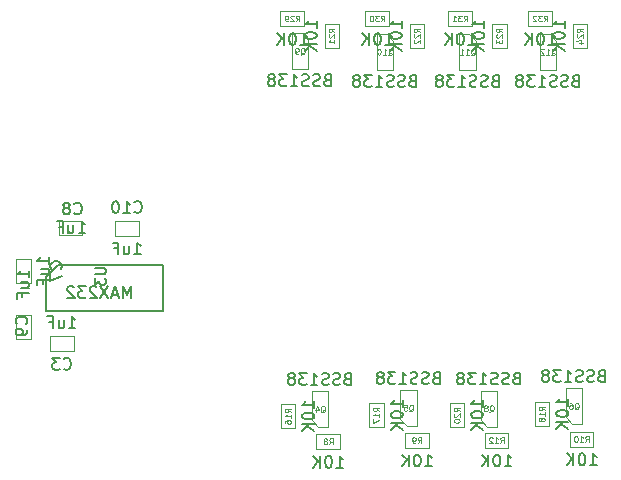
<source format=gbr>
G04 #@! TF.FileFunction,Other,Fab,Bot*
%FSLAX46Y46*%
G04 Gerber Fmt 4.6, Leading zero omitted, Abs format (unit mm)*
G04 Created by KiCad (PCBNEW 4.0.4-stable) date 05/31/17 10:55:34*
%MOMM*%
%LPD*%
G01*
G04 APERTURE LIST*
%ADD10C,0.100000*%
%ADD11C,0.150000*%
%ADD12C,0.075000*%
%ADD13C,0.135000*%
G04 APERTURE END LIST*
D10*
X150200000Y-110600000D02*
X150200000Y-108150000D01*
X150750000Y-111170000D02*
X151600000Y-111170000D01*
X150200000Y-110600000D02*
X150750000Y-111170000D01*
X151600000Y-111170000D02*
X151600000Y-108130000D01*
X150200000Y-108130000D02*
X151600000Y-108130000D01*
D11*
X127735000Y-98420000D02*
X127735000Y-101320000D01*
X127735000Y-101320000D02*
X137635000Y-101320000D01*
X137635000Y-101320000D02*
X137635000Y-97420000D01*
X137635000Y-97420000D02*
X128735000Y-97420000D01*
X128735000Y-97420000D02*
X127735000Y-98420000D01*
D10*
X135550000Y-94960000D02*
X135550000Y-93720000D01*
X133550000Y-94960000D02*
X135550000Y-94960000D01*
X133550000Y-93720000D02*
X133550000Y-94960000D01*
X135550000Y-93720000D02*
X133550000Y-93720000D01*
X125150000Y-103700000D02*
X126390000Y-103700000D01*
X125150000Y-101700000D02*
X125150000Y-103700000D01*
X126390000Y-101700000D02*
X125150000Y-101700000D01*
X126390000Y-103700000D02*
X126390000Y-101700000D01*
X128030000Y-103480000D02*
X128030000Y-104720000D01*
X130030000Y-103480000D02*
X128030000Y-103480000D01*
X130030000Y-104720000D02*
X130030000Y-103480000D01*
X128030000Y-104720000D02*
X130030000Y-104720000D01*
X126390000Y-96950000D02*
X125150000Y-96950000D01*
X126390000Y-98950000D02*
X126390000Y-96950000D01*
X125150000Y-98950000D02*
X126390000Y-98950000D01*
X125150000Y-96950000D02*
X125150000Y-98950000D01*
X128780000Y-93700000D02*
X128780000Y-94940000D01*
X130780000Y-93700000D02*
X128780000Y-93700000D01*
X130780000Y-94940000D02*
X130780000Y-93700000D01*
X128780000Y-94940000D02*
X130780000Y-94940000D01*
X157700000Y-110500000D02*
X157700000Y-108050000D01*
X158250000Y-111070000D02*
X159100000Y-111070000D01*
X157700000Y-110500000D02*
X158250000Y-111070000D01*
X159100000Y-111070000D02*
X159100000Y-108030000D01*
X157700000Y-108030000D02*
X159100000Y-108030000D01*
X171700000Y-110350000D02*
X171700000Y-107900000D01*
X172250000Y-110920000D02*
X173100000Y-110920000D01*
X171700000Y-110350000D02*
X172250000Y-110920000D01*
X173100000Y-110920000D02*
X173100000Y-107880000D01*
X171700000Y-107880000D02*
X173100000Y-107880000D01*
X164500000Y-110550000D02*
X164500000Y-108100000D01*
X165050000Y-111120000D02*
X165900000Y-111120000D01*
X164500000Y-110550000D02*
X165050000Y-111120000D01*
X165900000Y-111120000D02*
X165900000Y-108080000D01*
X164500000Y-108080000D02*
X165900000Y-108080000D01*
X149900000Y-78400000D02*
X149900000Y-80850000D01*
X149350000Y-77830000D02*
X148500000Y-77830000D01*
X149900000Y-78400000D02*
X149350000Y-77830000D01*
X148500000Y-77830000D02*
X148500000Y-80870000D01*
X149900000Y-80870000D02*
X148500000Y-80870000D01*
X157100000Y-78450000D02*
X157100000Y-80900000D01*
X156550000Y-77880000D02*
X155700000Y-77880000D01*
X157100000Y-78450000D02*
X156550000Y-77880000D01*
X155700000Y-77880000D02*
X155700000Y-80920000D01*
X157100000Y-80920000D02*
X155700000Y-80920000D01*
X164100000Y-78450000D02*
X164100000Y-80900000D01*
X163550000Y-77880000D02*
X162700000Y-77880000D01*
X164100000Y-78450000D02*
X163550000Y-77880000D01*
X162700000Y-77880000D02*
X162700000Y-80920000D01*
X164100000Y-80920000D02*
X162700000Y-80920000D01*
X170900000Y-78450000D02*
X170900000Y-80900000D01*
X170350000Y-77880000D02*
X169500000Y-77880000D01*
X170900000Y-78450000D02*
X170350000Y-77880000D01*
X169500000Y-77880000D02*
X169500000Y-80920000D01*
X170900000Y-80920000D02*
X169500000Y-80920000D01*
X152600000Y-113020000D02*
X152600000Y-111780000D01*
X150600000Y-113020000D02*
X152600000Y-113020000D01*
X150600000Y-111780000D02*
X150600000Y-113020000D01*
X152600000Y-111780000D02*
X150600000Y-111780000D01*
X160100000Y-112920000D02*
X160100000Y-111680000D01*
X158100000Y-112920000D02*
X160100000Y-112920000D01*
X158100000Y-111680000D02*
X158100000Y-112920000D01*
X160100000Y-111680000D02*
X158100000Y-111680000D01*
X174050000Y-112820000D02*
X174050000Y-111580000D01*
X172050000Y-112820000D02*
X174050000Y-112820000D01*
X172050000Y-111580000D02*
X172050000Y-112820000D01*
X174050000Y-111580000D02*
X172050000Y-111580000D01*
X166850000Y-112920000D02*
X166850000Y-111680000D01*
X164850000Y-112920000D02*
X166850000Y-112920000D01*
X164850000Y-111680000D02*
X164850000Y-112920000D01*
X166850000Y-111680000D02*
X164850000Y-111680000D01*
X148820000Y-109250000D02*
X147580000Y-109250000D01*
X148820000Y-111250000D02*
X148820000Y-109250000D01*
X147580000Y-111250000D02*
X148820000Y-111250000D01*
X147580000Y-109250000D02*
X147580000Y-111250000D01*
X156320000Y-109150000D02*
X155080000Y-109150000D01*
X156320000Y-111150000D02*
X156320000Y-109150000D01*
X155080000Y-111150000D02*
X156320000Y-111150000D01*
X155080000Y-109150000D02*
X155080000Y-111150000D01*
X170320000Y-109050000D02*
X169080000Y-109050000D01*
X170320000Y-111050000D02*
X170320000Y-109050000D01*
X169080000Y-111050000D02*
X170320000Y-111050000D01*
X169080000Y-109050000D02*
X169080000Y-111050000D01*
X163120000Y-109150000D02*
X161880000Y-109150000D01*
X163120000Y-111150000D02*
X163120000Y-109150000D01*
X161880000Y-111150000D02*
X163120000Y-111150000D01*
X161880000Y-109150000D02*
X161880000Y-111150000D01*
X151280000Y-79050000D02*
X152520000Y-79050000D01*
X151280000Y-77050000D02*
X151280000Y-79050000D01*
X152520000Y-77050000D02*
X151280000Y-77050000D01*
X152520000Y-79050000D02*
X152520000Y-77050000D01*
X158480000Y-79050000D02*
X159720000Y-79050000D01*
X158480000Y-77050000D02*
X158480000Y-79050000D01*
X159720000Y-77050000D02*
X158480000Y-77050000D01*
X159720000Y-79050000D02*
X159720000Y-77050000D01*
X165480000Y-79050000D02*
X166720000Y-79050000D01*
X165480000Y-77050000D02*
X165480000Y-79050000D01*
X166720000Y-77050000D02*
X165480000Y-77050000D01*
X166720000Y-79050000D02*
X166720000Y-77050000D01*
X172280000Y-79050000D02*
X173520000Y-79050000D01*
X172280000Y-77050000D02*
X172280000Y-79050000D01*
X173520000Y-77050000D02*
X172280000Y-77050000D01*
X173520000Y-79050000D02*
X173520000Y-77050000D01*
X149550000Y-77220000D02*
X149550000Y-75980000D01*
X147550000Y-77220000D02*
X149550000Y-77220000D01*
X147550000Y-75980000D02*
X147550000Y-77220000D01*
X149550000Y-75980000D02*
X147550000Y-75980000D01*
X156750000Y-77220000D02*
X156750000Y-75980000D01*
X154750000Y-77220000D02*
X156750000Y-77220000D01*
X154750000Y-75980000D02*
X154750000Y-77220000D01*
X156750000Y-75980000D02*
X154750000Y-75980000D01*
X163750000Y-77220000D02*
X163750000Y-75980000D01*
X161750000Y-77220000D02*
X163750000Y-77220000D01*
X161750000Y-75980000D02*
X161750000Y-77220000D01*
X163750000Y-75980000D02*
X161750000Y-75980000D01*
X170550000Y-77220000D02*
X170550000Y-75980000D01*
X168550000Y-77220000D02*
X170550000Y-77220000D01*
X168550000Y-75980000D02*
X168550000Y-77220000D01*
X170550000Y-75980000D02*
X168550000Y-75980000D01*
D11*
X153209523Y-107078571D02*
X153066666Y-107126190D01*
X153019047Y-107173810D01*
X152971428Y-107269048D01*
X152971428Y-107411905D01*
X153019047Y-107507143D01*
X153066666Y-107554762D01*
X153161904Y-107602381D01*
X153542857Y-107602381D01*
X153542857Y-106602381D01*
X153209523Y-106602381D01*
X153114285Y-106650000D01*
X153066666Y-106697619D01*
X153019047Y-106792857D01*
X153019047Y-106888095D01*
X153066666Y-106983333D01*
X153114285Y-107030952D01*
X153209523Y-107078571D01*
X153542857Y-107078571D01*
X152590476Y-107554762D02*
X152447619Y-107602381D01*
X152209523Y-107602381D01*
X152114285Y-107554762D01*
X152066666Y-107507143D01*
X152019047Y-107411905D01*
X152019047Y-107316667D01*
X152066666Y-107221429D01*
X152114285Y-107173810D01*
X152209523Y-107126190D01*
X152400000Y-107078571D01*
X152495238Y-107030952D01*
X152542857Y-106983333D01*
X152590476Y-106888095D01*
X152590476Y-106792857D01*
X152542857Y-106697619D01*
X152495238Y-106650000D01*
X152400000Y-106602381D01*
X152161904Y-106602381D01*
X152019047Y-106650000D01*
X151638095Y-107554762D02*
X151495238Y-107602381D01*
X151257142Y-107602381D01*
X151161904Y-107554762D01*
X151114285Y-107507143D01*
X151066666Y-107411905D01*
X151066666Y-107316667D01*
X151114285Y-107221429D01*
X151161904Y-107173810D01*
X151257142Y-107126190D01*
X151447619Y-107078571D01*
X151542857Y-107030952D01*
X151590476Y-106983333D01*
X151638095Y-106888095D01*
X151638095Y-106792857D01*
X151590476Y-106697619D01*
X151542857Y-106650000D01*
X151447619Y-106602381D01*
X151209523Y-106602381D01*
X151066666Y-106650000D01*
X150114285Y-107602381D02*
X150685714Y-107602381D01*
X150400000Y-107602381D02*
X150400000Y-106602381D01*
X150495238Y-106745238D01*
X150590476Y-106840476D01*
X150685714Y-106888095D01*
X149780952Y-106602381D02*
X149161904Y-106602381D01*
X149495238Y-106983333D01*
X149352380Y-106983333D01*
X149257142Y-107030952D01*
X149209523Y-107078571D01*
X149161904Y-107173810D01*
X149161904Y-107411905D01*
X149209523Y-107507143D01*
X149257142Y-107554762D01*
X149352380Y-107602381D01*
X149638095Y-107602381D01*
X149733333Y-107554762D01*
X149780952Y-107507143D01*
X148590476Y-107030952D02*
X148685714Y-106983333D01*
X148733333Y-106935714D01*
X148780952Y-106840476D01*
X148780952Y-106792857D01*
X148733333Y-106697619D01*
X148685714Y-106650000D01*
X148590476Y-106602381D01*
X148399999Y-106602381D01*
X148304761Y-106650000D01*
X148257142Y-106697619D01*
X148209523Y-106792857D01*
X148209523Y-106840476D01*
X148257142Y-106935714D01*
X148304761Y-106983333D01*
X148399999Y-107030952D01*
X148590476Y-107030952D01*
X148685714Y-107078571D01*
X148733333Y-107126190D01*
X148780952Y-107221429D01*
X148780952Y-107411905D01*
X148733333Y-107507143D01*
X148685714Y-107554762D01*
X148590476Y-107602381D01*
X148399999Y-107602381D01*
X148304761Y-107554762D01*
X148257142Y-107507143D01*
X148209523Y-107411905D01*
X148209523Y-107221429D01*
X148257142Y-107126190D01*
X148304761Y-107078571D01*
X148399999Y-107030952D01*
D12*
X150947619Y-109923810D02*
X150995238Y-109900000D01*
X151042857Y-109852381D01*
X151114286Y-109780952D01*
X151161905Y-109757143D01*
X151209524Y-109757143D01*
X151185714Y-109876190D02*
X151233333Y-109852381D01*
X151280952Y-109804762D01*
X151304762Y-109709524D01*
X151304762Y-109542857D01*
X151280952Y-109447619D01*
X151233333Y-109400000D01*
X151185714Y-109376190D01*
X151090476Y-109376190D01*
X151042857Y-109400000D01*
X150995238Y-109447619D01*
X150971429Y-109542857D01*
X150971429Y-109709524D01*
X150995238Y-109804762D01*
X151042857Y-109852381D01*
X151090476Y-109876190D01*
X151185714Y-109876190D01*
X150542857Y-109542857D02*
X150542857Y-109876190D01*
X150661904Y-109352381D02*
X150780952Y-109709524D01*
X150471428Y-109709524D01*
D11*
X134876667Y-100252381D02*
X134876667Y-99252381D01*
X134543333Y-99966667D01*
X134210000Y-99252381D01*
X134210000Y-100252381D01*
X133781429Y-99966667D02*
X133305238Y-99966667D01*
X133876667Y-100252381D02*
X133543334Y-99252381D01*
X133210000Y-100252381D01*
X132971905Y-99252381D02*
X132305238Y-100252381D01*
X132305238Y-99252381D02*
X132971905Y-100252381D01*
X131971905Y-99347619D02*
X131924286Y-99300000D01*
X131829048Y-99252381D01*
X131590952Y-99252381D01*
X131495714Y-99300000D01*
X131448095Y-99347619D01*
X131400476Y-99442857D01*
X131400476Y-99538095D01*
X131448095Y-99680952D01*
X132019524Y-100252381D01*
X131400476Y-100252381D01*
X131067143Y-99252381D02*
X130448095Y-99252381D01*
X130781429Y-99633333D01*
X130638571Y-99633333D01*
X130543333Y-99680952D01*
X130495714Y-99728571D01*
X130448095Y-99823810D01*
X130448095Y-100061905D01*
X130495714Y-100157143D01*
X130543333Y-100204762D01*
X130638571Y-100252381D01*
X130924286Y-100252381D01*
X131019524Y-100204762D01*
X131067143Y-100157143D01*
X130067143Y-99347619D02*
X130019524Y-99300000D01*
X129924286Y-99252381D01*
X129686190Y-99252381D01*
X129590952Y-99300000D01*
X129543333Y-99347619D01*
X129495714Y-99442857D01*
X129495714Y-99538095D01*
X129543333Y-99680952D01*
X130114762Y-100252381D01*
X129495714Y-100252381D01*
D13*
X131867143Y-97694286D02*
X132595714Y-97694286D01*
X132681429Y-97737143D01*
X132724286Y-97780000D01*
X132767143Y-97865714D01*
X132767143Y-98037143D01*
X132724286Y-98122857D01*
X132681429Y-98165714D01*
X132595714Y-98208571D01*
X131867143Y-98208571D01*
X131867143Y-98551428D02*
X131867143Y-99108571D01*
X132210000Y-98808571D01*
X132210000Y-98937143D01*
X132252857Y-99022857D01*
X132295714Y-99065714D01*
X132381429Y-99108571D01*
X132595714Y-99108571D01*
X132681429Y-99065714D01*
X132724286Y-99022857D01*
X132767143Y-98937143D01*
X132767143Y-98680000D01*
X132724286Y-98594286D01*
X132681429Y-98551428D01*
D11*
X135145238Y-96542381D02*
X135716667Y-96542381D01*
X135430953Y-96542381D02*
X135430953Y-95542381D01*
X135526191Y-95685238D01*
X135621429Y-95780476D01*
X135716667Y-95828095D01*
X134288095Y-95875714D02*
X134288095Y-96542381D01*
X134716667Y-95875714D02*
X134716667Y-96399524D01*
X134669048Y-96494762D01*
X134573810Y-96542381D01*
X134430952Y-96542381D01*
X134335714Y-96494762D01*
X134288095Y-96447143D01*
X133478571Y-96018571D02*
X133811905Y-96018571D01*
X133811905Y-96542381D02*
X133811905Y-95542381D01*
X133335714Y-95542381D01*
X135192857Y-92947143D02*
X135240476Y-92994762D01*
X135383333Y-93042381D01*
X135478571Y-93042381D01*
X135621429Y-92994762D01*
X135716667Y-92899524D01*
X135764286Y-92804286D01*
X135811905Y-92613810D01*
X135811905Y-92470952D01*
X135764286Y-92280476D01*
X135716667Y-92185238D01*
X135621429Y-92090000D01*
X135478571Y-92042381D01*
X135383333Y-92042381D01*
X135240476Y-92090000D01*
X135192857Y-92137619D01*
X134240476Y-93042381D02*
X134811905Y-93042381D01*
X134526191Y-93042381D02*
X134526191Y-92042381D01*
X134621429Y-92185238D01*
X134716667Y-92280476D01*
X134811905Y-92328095D01*
X133621429Y-92042381D02*
X133526190Y-92042381D01*
X133430952Y-92090000D01*
X133383333Y-92137619D01*
X133335714Y-92232857D01*
X133288095Y-92423333D01*
X133288095Y-92661429D01*
X133335714Y-92851905D01*
X133383333Y-92947143D01*
X133430952Y-92994762D01*
X133526190Y-93042381D01*
X133621429Y-93042381D01*
X133716667Y-92994762D01*
X133764286Y-92947143D01*
X133811905Y-92851905D01*
X133859524Y-92661429D01*
X133859524Y-92423333D01*
X133811905Y-92232857D01*
X133764286Y-92137619D01*
X133716667Y-92090000D01*
X133621429Y-92042381D01*
X126222381Y-98494762D02*
X126222381Y-97923333D01*
X126222381Y-98209047D02*
X125222381Y-98209047D01*
X125365238Y-98113809D01*
X125460476Y-98018571D01*
X125508095Y-97923333D01*
X125555714Y-99351905D02*
X126222381Y-99351905D01*
X125555714Y-98923333D02*
X126079524Y-98923333D01*
X126174762Y-98970952D01*
X126222381Y-99066190D01*
X126222381Y-99209048D01*
X126174762Y-99304286D01*
X126127143Y-99351905D01*
X125698571Y-100161429D02*
X125698571Y-99828095D01*
X126222381Y-99828095D02*
X125222381Y-99828095D01*
X125222381Y-100304286D01*
X126037143Y-102443334D02*
X126084762Y-102395715D01*
X126132381Y-102252858D01*
X126132381Y-102157620D01*
X126084762Y-102014762D01*
X125989524Y-101919524D01*
X125894286Y-101871905D01*
X125703810Y-101824286D01*
X125560952Y-101824286D01*
X125370476Y-101871905D01*
X125275238Y-101919524D01*
X125180000Y-102014762D01*
X125132381Y-102157620D01*
X125132381Y-102252858D01*
X125180000Y-102395715D01*
X125227619Y-102443334D01*
X126132381Y-102919524D02*
X126132381Y-103110000D01*
X126084762Y-103205239D01*
X126037143Y-103252858D01*
X125894286Y-103348096D01*
X125703810Y-103395715D01*
X125322857Y-103395715D01*
X125227619Y-103348096D01*
X125180000Y-103300477D01*
X125132381Y-103205239D01*
X125132381Y-103014762D01*
X125180000Y-102919524D01*
X125227619Y-102871905D01*
X125322857Y-102824286D01*
X125560952Y-102824286D01*
X125656190Y-102871905D01*
X125703810Y-102919524D01*
X125751429Y-103014762D01*
X125751429Y-103205239D01*
X125703810Y-103300477D01*
X125656190Y-103348096D01*
X125560952Y-103395715D01*
X129625238Y-102802381D02*
X130196667Y-102802381D01*
X129910953Y-102802381D02*
X129910953Y-101802381D01*
X130006191Y-101945238D01*
X130101429Y-102040476D01*
X130196667Y-102088095D01*
X128768095Y-102135714D02*
X128768095Y-102802381D01*
X129196667Y-102135714D02*
X129196667Y-102659524D01*
X129149048Y-102754762D01*
X129053810Y-102802381D01*
X128910952Y-102802381D01*
X128815714Y-102754762D01*
X128768095Y-102707143D01*
X127958571Y-102278571D02*
X128291905Y-102278571D01*
X128291905Y-102802381D02*
X128291905Y-101802381D01*
X127815714Y-101802381D01*
X129196666Y-106207143D02*
X129244285Y-106254762D01*
X129387142Y-106302381D01*
X129482380Y-106302381D01*
X129625238Y-106254762D01*
X129720476Y-106159524D01*
X129768095Y-106064286D01*
X129815714Y-105873810D01*
X129815714Y-105730952D01*
X129768095Y-105540476D01*
X129720476Y-105445238D01*
X129625238Y-105350000D01*
X129482380Y-105302381D01*
X129387142Y-105302381D01*
X129244285Y-105350000D01*
X129196666Y-105397619D01*
X128863333Y-105302381D02*
X128244285Y-105302381D01*
X128577619Y-105683333D01*
X128434761Y-105683333D01*
X128339523Y-105730952D01*
X128291904Y-105778571D01*
X128244285Y-105873810D01*
X128244285Y-106111905D01*
X128291904Y-106207143D01*
X128339523Y-106254762D01*
X128434761Y-106302381D01*
X128720476Y-106302381D01*
X128815714Y-106254762D01*
X128863333Y-106207143D01*
X127972381Y-97354762D02*
X127972381Y-96783333D01*
X127972381Y-97069047D02*
X126972381Y-97069047D01*
X127115238Y-96973809D01*
X127210476Y-96878571D01*
X127258095Y-96783333D01*
X127305714Y-98211905D02*
X127972381Y-98211905D01*
X127305714Y-97783333D02*
X127829524Y-97783333D01*
X127924762Y-97830952D01*
X127972381Y-97926190D01*
X127972381Y-98069048D01*
X127924762Y-98164286D01*
X127877143Y-98211905D01*
X127448571Y-99021429D02*
X127448571Y-98688095D01*
X127972381Y-98688095D02*
X126972381Y-98688095D01*
X126972381Y-99164286D01*
X128957143Y-97763334D02*
X129004762Y-97715715D01*
X129052381Y-97572858D01*
X129052381Y-97477620D01*
X129004762Y-97334762D01*
X128909524Y-97239524D01*
X128814286Y-97191905D01*
X128623810Y-97144286D01*
X128480952Y-97144286D01*
X128290476Y-97191905D01*
X128195238Y-97239524D01*
X128100000Y-97334762D01*
X128052381Y-97477620D01*
X128052381Y-97572858D01*
X128100000Y-97715715D01*
X128147619Y-97763334D01*
X128052381Y-98096667D02*
X128052381Y-98763334D01*
X129052381Y-98334762D01*
X130455238Y-94722381D02*
X131026667Y-94722381D01*
X130740953Y-94722381D02*
X130740953Y-93722381D01*
X130836191Y-93865238D01*
X130931429Y-93960476D01*
X131026667Y-94008095D01*
X129598095Y-94055714D02*
X129598095Y-94722381D01*
X130026667Y-94055714D02*
X130026667Y-94579524D01*
X129979048Y-94674762D01*
X129883810Y-94722381D01*
X129740952Y-94722381D01*
X129645714Y-94674762D01*
X129598095Y-94627143D01*
X128788571Y-94198571D02*
X129121905Y-94198571D01*
X129121905Y-94722381D02*
X129121905Y-93722381D01*
X128645714Y-93722381D01*
X130106666Y-93057143D02*
X130154285Y-93104762D01*
X130297142Y-93152381D01*
X130392380Y-93152381D01*
X130535238Y-93104762D01*
X130630476Y-93009524D01*
X130678095Y-92914286D01*
X130725714Y-92723810D01*
X130725714Y-92580952D01*
X130678095Y-92390476D01*
X130630476Y-92295238D01*
X130535238Y-92200000D01*
X130392380Y-92152381D01*
X130297142Y-92152381D01*
X130154285Y-92200000D01*
X130106666Y-92247619D01*
X129535238Y-92580952D02*
X129630476Y-92533333D01*
X129678095Y-92485714D01*
X129725714Y-92390476D01*
X129725714Y-92342857D01*
X129678095Y-92247619D01*
X129630476Y-92200000D01*
X129535238Y-92152381D01*
X129344761Y-92152381D01*
X129249523Y-92200000D01*
X129201904Y-92247619D01*
X129154285Y-92342857D01*
X129154285Y-92390476D01*
X129201904Y-92485714D01*
X129249523Y-92533333D01*
X129344761Y-92580952D01*
X129535238Y-92580952D01*
X129630476Y-92628571D01*
X129678095Y-92676190D01*
X129725714Y-92771429D01*
X129725714Y-92961905D01*
X129678095Y-93057143D01*
X129630476Y-93104762D01*
X129535238Y-93152381D01*
X129344761Y-93152381D01*
X129249523Y-93104762D01*
X129201904Y-93057143D01*
X129154285Y-92961905D01*
X129154285Y-92771429D01*
X129201904Y-92676190D01*
X129249523Y-92628571D01*
X129344761Y-92580952D01*
X160709523Y-106978571D02*
X160566666Y-107026190D01*
X160519047Y-107073810D01*
X160471428Y-107169048D01*
X160471428Y-107311905D01*
X160519047Y-107407143D01*
X160566666Y-107454762D01*
X160661904Y-107502381D01*
X161042857Y-107502381D01*
X161042857Y-106502381D01*
X160709523Y-106502381D01*
X160614285Y-106550000D01*
X160566666Y-106597619D01*
X160519047Y-106692857D01*
X160519047Y-106788095D01*
X160566666Y-106883333D01*
X160614285Y-106930952D01*
X160709523Y-106978571D01*
X161042857Y-106978571D01*
X160090476Y-107454762D02*
X159947619Y-107502381D01*
X159709523Y-107502381D01*
X159614285Y-107454762D01*
X159566666Y-107407143D01*
X159519047Y-107311905D01*
X159519047Y-107216667D01*
X159566666Y-107121429D01*
X159614285Y-107073810D01*
X159709523Y-107026190D01*
X159900000Y-106978571D01*
X159995238Y-106930952D01*
X160042857Y-106883333D01*
X160090476Y-106788095D01*
X160090476Y-106692857D01*
X160042857Y-106597619D01*
X159995238Y-106550000D01*
X159900000Y-106502381D01*
X159661904Y-106502381D01*
X159519047Y-106550000D01*
X159138095Y-107454762D02*
X158995238Y-107502381D01*
X158757142Y-107502381D01*
X158661904Y-107454762D01*
X158614285Y-107407143D01*
X158566666Y-107311905D01*
X158566666Y-107216667D01*
X158614285Y-107121429D01*
X158661904Y-107073810D01*
X158757142Y-107026190D01*
X158947619Y-106978571D01*
X159042857Y-106930952D01*
X159090476Y-106883333D01*
X159138095Y-106788095D01*
X159138095Y-106692857D01*
X159090476Y-106597619D01*
X159042857Y-106550000D01*
X158947619Y-106502381D01*
X158709523Y-106502381D01*
X158566666Y-106550000D01*
X157614285Y-107502381D02*
X158185714Y-107502381D01*
X157900000Y-107502381D02*
X157900000Y-106502381D01*
X157995238Y-106645238D01*
X158090476Y-106740476D01*
X158185714Y-106788095D01*
X157280952Y-106502381D02*
X156661904Y-106502381D01*
X156995238Y-106883333D01*
X156852380Y-106883333D01*
X156757142Y-106930952D01*
X156709523Y-106978571D01*
X156661904Y-107073810D01*
X156661904Y-107311905D01*
X156709523Y-107407143D01*
X156757142Y-107454762D01*
X156852380Y-107502381D01*
X157138095Y-107502381D01*
X157233333Y-107454762D01*
X157280952Y-107407143D01*
X156090476Y-106930952D02*
X156185714Y-106883333D01*
X156233333Y-106835714D01*
X156280952Y-106740476D01*
X156280952Y-106692857D01*
X156233333Y-106597619D01*
X156185714Y-106550000D01*
X156090476Y-106502381D01*
X155899999Y-106502381D01*
X155804761Y-106550000D01*
X155757142Y-106597619D01*
X155709523Y-106692857D01*
X155709523Y-106740476D01*
X155757142Y-106835714D01*
X155804761Y-106883333D01*
X155899999Y-106930952D01*
X156090476Y-106930952D01*
X156185714Y-106978571D01*
X156233333Y-107026190D01*
X156280952Y-107121429D01*
X156280952Y-107311905D01*
X156233333Y-107407143D01*
X156185714Y-107454762D01*
X156090476Y-107502381D01*
X155899999Y-107502381D01*
X155804761Y-107454762D01*
X155757142Y-107407143D01*
X155709523Y-107311905D01*
X155709523Y-107121429D01*
X155757142Y-107026190D01*
X155804761Y-106978571D01*
X155899999Y-106930952D01*
D12*
X158447619Y-109823810D02*
X158495238Y-109800000D01*
X158542857Y-109752381D01*
X158614286Y-109680952D01*
X158661905Y-109657143D01*
X158709524Y-109657143D01*
X158685714Y-109776190D02*
X158733333Y-109752381D01*
X158780952Y-109704762D01*
X158804762Y-109609524D01*
X158804762Y-109442857D01*
X158780952Y-109347619D01*
X158733333Y-109300000D01*
X158685714Y-109276190D01*
X158590476Y-109276190D01*
X158542857Y-109300000D01*
X158495238Y-109347619D01*
X158471429Y-109442857D01*
X158471429Y-109609524D01*
X158495238Y-109704762D01*
X158542857Y-109752381D01*
X158590476Y-109776190D01*
X158685714Y-109776190D01*
X158019047Y-109276190D02*
X158257142Y-109276190D01*
X158280952Y-109514286D01*
X158257142Y-109490476D01*
X158209523Y-109466667D01*
X158090476Y-109466667D01*
X158042857Y-109490476D01*
X158019047Y-109514286D01*
X157995238Y-109561905D01*
X157995238Y-109680952D01*
X158019047Y-109728571D01*
X158042857Y-109752381D01*
X158090476Y-109776190D01*
X158209523Y-109776190D01*
X158257142Y-109752381D01*
X158280952Y-109728571D01*
D11*
X174709523Y-106828571D02*
X174566666Y-106876190D01*
X174519047Y-106923810D01*
X174471428Y-107019048D01*
X174471428Y-107161905D01*
X174519047Y-107257143D01*
X174566666Y-107304762D01*
X174661904Y-107352381D01*
X175042857Y-107352381D01*
X175042857Y-106352381D01*
X174709523Y-106352381D01*
X174614285Y-106400000D01*
X174566666Y-106447619D01*
X174519047Y-106542857D01*
X174519047Y-106638095D01*
X174566666Y-106733333D01*
X174614285Y-106780952D01*
X174709523Y-106828571D01*
X175042857Y-106828571D01*
X174090476Y-107304762D02*
X173947619Y-107352381D01*
X173709523Y-107352381D01*
X173614285Y-107304762D01*
X173566666Y-107257143D01*
X173519047Y-107161905D01*
X173519047Y-107066667D01*
X173566666Y-106971429D01*
X173614285Y-106923810D01*
X173709523Y-106876190D01*
X173900000Y-106828571D01*
X173995238Y-106780952D01*
X174042857Y-106733333D01*
X174090476Y-106638095D01*
X174090476Y-106542857D01*
X174042857Y-106447619D01*
X173995238Y-106400000D01*
X173900000Y-106352381D01*
X173661904Y-106352381D01*
X173519047Y-106400000D01*
X173138095Y-107304762D02*
X172995238Y-107352381D01*
X172757142Y-107352381D01*
X172661904Y-107304762D01*
X172614285Y-107257143D01*
X172566666Y-107161905D01*
X172566666Y-107066667D01*
X172614285Y-106971429D01*
X172661904Y-106923810D01*
X172757142Y-106876190D01*
X172947619Y-106828571D01*
X173042857Y-106780952D01*
X173090476Y-106733333D01*
X173138095Y-106638095D01*
X173138095Y-106542857D01*
X173090476Y-106447619D01*
X173042857Y-106400000D01*
X172947619Y-106352381D01*
X172709523Y-106352381D01*
X172566666Y-106400000D01*
X171614285Y-107352381D02*
X172185714Y-107352381D01*
X171900000Y-107352381D02*
X171900000Y-106352381D01*
X171995238Y-106495238D01*
X172090476Y-106590476D01*
X172185714Y-106638095D01*
X171280952Y-106352381D02*
X170661904Y-106352381D01*
X170995238Y-106733333D01*
X170852380Y-106733333D01*
X170757142Y-106780952D01*
X170709523Y-106828571D01*
X170661904Y-106923810D01*
X170661904Y-107161905D01*
X170709523Y-107257143D01*
X170757142Y-107304762D01*
X170852380Y-107352381D01*
X171138095Y-107352381D01*
X171233333Y-107304762D01*
X171280952Y-107257143D01*
X170090476Y-106780952D02*
X170185714Y-106733333D01*
X170233333Y-106685714D01*
X170280952Y-106590476D01*
X170280952Y-106542857D01*
X170233333Y-106447619D01*
X170185714Y-106400000D01*
X170090476Y-106352381D01*
X169899999Y-106352381D01*
X169804761Y-106400000D01*
X169757142Y-106447619D01*
X169709523Y-106542857D01*
X169709523Y-106590476D01*
X169757142Y-106685714D01*
X169804761Y-106733333D01*
X169899999Y-106780952D01*
X170090476Y-106780952D01*
X170185714Y-106828571D01*
X170233333Y-106876190D01*
X170280952Y-106971429D01*
X170280952Y-107161905D01*
X170233333Y-107257143D01*
X170185714Y-107304762D01*
X170090476Y-107352381D01*
X169899999Y-107352381D01*
X169804761Y-107304762D01*
X169757142Y-107257143D01*
X169709523Y-107161905D01*
X169709523Y-106971429D01*
X169757142Y-106876190D01*
X169804761Y-106828571D01*
X169899999Y-106780952D01*
D12*
X172447619Y-109673810D02*
X172495238Y-109650000D01*
X172542857Y-109602381D01*
X172614286Y-109530952D01*
X172661905Y-109507143D01*
X172709524Y-109507143D01*
X172685714Y-109626190D02*
X172733333Y-109602381D01*
X172780952Y-109554762D01*
X172804762Y-109459524D01*
X172804762Y-109292857D01*
X172780952Y-109197619D01*
X172733333Y-109150000D01*
X172685714Y-109126190D01*
X172590476Y-109126190D01*
X172542857Y-109150000D01*
X172495238Y-109197619D01*
X172471429Y-109292857D01*
X172471429Y-109459524D01*
X172495238Y-109554762D01*
X172542857Y-109602381D01*
X172590476Y-109626190D01*
X172685714Y-109626190D01*
X172042857Y-109126190D02*
X172138095Y-109126190D01*
X172185714Y-109150000D01*
X172209523Y-109173810D01*
X172257142Y-109245238D01*
X172280952Y-109340476D01*
X172280952Y-109530952D01*
X172257142Y-109578571D01*
X172233333Y-109602381D01*
X172185714Y-109626190D01*
X172090476Y-109626190D01*
X172042857Y-109602381D01*
X172019047Y-109578571D01*
X171995238Y-109530952D01*
X171995238Y-109411905D01*
X172019047Y-109364286D01*
X172042857Y-109340476D01*
X172090476Y-109316667D01*
X172185714Y-109316667D01*
X172233333Y-109340476D01*
X172257142Y-109364286D01*
X172280952Y-109411905D01*
D11*
X167509523Y-107028571D02*
X167366666Y-107076190D01*
X167319047Y-107123810D01*
X167271428Y-107219048D01*
X167271428Y-107361905D01*
X167319047Y-107457143D01*
X167366666Y-107504762D01*
X167461904Y-107552381D01*
X167842857Y-107552381D01*
X167842857Y-106552381D01*
X167509523Y-106552381D01*
X167414285Y-106600000D01*
X167366666Y-106647619D01*
X167319047Y-106742857D01*
X167319047Y-106838095D01*
X167366666Y-106933333D01*
X167414285Y-106980952D01*
X167509523Y-107028571D01*
X167842857Y-107028571D01*
X166890476Y-107504762D02*
X166747619Y-107552381D01*
X166509523Y-107552381D01*
X166414285Y-107504762D01*
X166366666Y-107457143D01*
X166319047Y-107361905D01*
X166319047Y-107266667D01*
X166366666Y-107171429D01*
X166414285Y-107123810D01*
X166509523Y-107076190D01*
X166700000Y-107028571D01*
X166795238Y-106980952D01*
X166842857Y-106933333D01*
X166890476Y-106838095D01*
X166890476Y-106742857D01*
X166842857Y-106647619D01*
X166795238Y-106600000D01*
X166700000Y-106552381D01*
X166461904Y-106552381D01*
X166319047Y-106600000D01*
X165938095Y-107504762D02*
X165795238Y-107552381D01*
X165557142Y-107552381D01*
X165461904Y-107504762D01*
X165414285Y-107457143D01*
X165366666Y-107361905D01*
X165366666Y-107266667D01*
X165414285Y-107171429D01*
X165461904Y-107123810D01*
X165557142Y-107076190D01*
X165747619Y-107028571D01*
X165842857Y-106980952D01*
X165890476Y-106933333D01*
X165938095Y-106838095D01*
X165938095Y-106742857D01*
X165890476Y-106647619D01*
X165842857Y-106600000D01*
X165747619Y-106552381D01*
X165509523Y-106552381D01*
X165366666Y-106600000D01*
X164414285Y-107552381D02*
X164985714Y-107552381D01*
X164700000Y-107552381D02*
X164700000Y-106552381D01*
X164795238Y-106695238D01*
X164890476Y-106790476D01*
X164985714Y-106838095D01*
X164080952Y-106552381D02*
X163461904Y-106552381D01*
X163795238Y-106933333D01*
X163652380Y-106933333D01*
X163557142Y-106980952D01*
X163509523Y-107028571D01*
X163461904Y-107123810D01*
X163461904Y-107361905D01*
X163509523Y-107457143D01*
X163557142Y-107504762D01*
X163652380Y-107552381D01*
X163938095Y-107552381D01*
X164033333Y-107504762D01*
X164080952Y-107457143D01*
X162890476Y-106980952D02*
X162985714Y-106933333D01*
X163033333Y-106885714D01*
X163080952Y-106790476D01*
X163080952Y-106742857D01*
X163033333Y-106647619D01*
X162985714Y-106600000D01*
X162890476Y-106552381D01*
X162699999Y-106552381D01*
X162604761Y-106600000D01*
X162557142Y-106647619D01*
X162509523Y-106742857D01*
X162509523Y-106790476D01*
X162557142Y-106885714D01*
X162604761Y-106933333D01*
X162699999Y-106980952D01*
X162890476Y-106980952D01*
X162985714Y-107028571D01*
X163033333Y-107076190D01*
X163080952Y-107171429D01*
X163080952Y-107361905D01*
X163033333Y-107457143D01*
X162985714Y-107504762D01*
X162890476Y-107552381D01*
X162699999Y-107552381D01*
X162604761Y-107504762D01*
X162557142Y-107457143D01*
X162509523Y-107361905D01*
X162509523Y-107171429D01*
X162557142Y-107076190D01*
X162604761Y-107028571D01*
X162699999Y-106980952D01*
D12*
X165247619Y-109873810D02*
X165295238Y-109850000D01*
X165342857Y-109802381D01*
X165414286Y-109730952D01*
X165461905Y-109707143D01*
X165509524Y-109707143D01*
X165485714Y-109826190D02*
X165533333Y-109802381D01*
X165580952Y-109754762D01*
X165604762Y-109659524D01*
X165604762Y-109492857D01*
X165580952Y-109397619D01*
X165533333Y-109350000D01*
X165485714Y-109326190D01*
X165390476Y-109326190D01*
X165342857Y-109350000D01*
X165295238Y-109397619D01*
X165271429Y-109492857D01*
X165271429Y-109659524D01*
X165295238Y-109754762D01*
X165342857Y-109802381D01*
X165390476Y-109826190D01*
X165485714Y-109826190D01*
X164985714Y-109540476D02*
X165033333Y-109516667D01*
X165057142Y-109492857D01*
X165080952Y-109445238D01*
X165080952Y-109421429D01*
X165057142Y-109373810D01*
X165033333Y-109350000D01*
X164985714Y-109326190D01*
X164890476Y-109326190D01*
X164842857Y-109350000D01*
X164819047Y-109373810D01*
X164795238Y-109421429D01*
X164795238Y-109445238D01*
X164819047Y-109492857D01*
X164842857Y-109516667D01*
X164890476Y-109540476D01*
X164985714Y-109540476D01*
X165033333Y-109564286D01*
X165057142Y-109588095D01*
X165080952Y-109635714D01*
X165080952Y-109730952D01*
X165057142Y-109778571D01*
X165033333Y-109802381D01*
X164985714Y-109826190D01*
X164890476Y-109826190D01*
X164842857Y-109802381D01*
X164819047Y-109778571D01*
X164795238Y-109730952D01*
X164795238Y-109635714D01*
X164819047Y-109588095D01*
X164842857Y-109564286D01*
X164890476Y-109540476D01*
D11*
X151509523Y-81778571D02*
X151366666Y-81826190D01*
X151319047Y-81873810D01*
X151271428Y-81969048D01*
X151271428Y-82111905D01*
X151319047Y-82207143D01*
X151366666Y-82254762D01*
X151461904Y-82302381D01*
X151842857Y-82302381D01*
X151842857Y-81302381D01*
X151509523Y-81302381D01*
X151414285Y-81350000D01*
X151366666Y-81397619D01*
X151319047Y-81492857D01*
X151319047Y-81588095D01*
X151366666Y-81683333D01*
X151414285Y-81730952D01*
X151509523Y-81778571D01*
X151842857Y-81778571D01*
X150890476Y-82254762D02*
X150747619Y-82302381D01*
X150509523Y-82302381D01*
X150414285Y-82254762D01*
X150366666Y-82207143D01*
X150319047Y-82111905D01*
X150319047Y-82016667D01*
X150366666Y-81921429D01*
X150414285Y-81873810D01*
X150509523Y-81826190D01*
X150700000Y-81778571D01*
X150795238Y-81730952D01*
X150842857Y-81683333D01*
X150890476Y-81588095D01*
X150890476Y-81492857D01*
X150842857Y-81397619D01*
X150795238Y-81350000D01*
X150700000Y-81302381D01*
X150461904Y-81302381D01*
X150319047Y-81350000D01*
X149938095Y-82254762D02*
X149795238Y-82302381D01*
X149557142Y-82302381D01*
X149461904Y-82254762D01*
X149414285Y-82207143D01*
X149366666Y-82111905D01*
X149366666Y-82016667D01*
X149414285Y-81921429D01*
X149461904Y-81873810D01*
X149557142Y-81826190D01*
X149747619Y-81778571D01*
X149842857Y-81730952D01*
X149890476Y-81683333D01*
X149938095Y-81588095D01*
X149938095Y-81492857D01*
X149890476Y-81397619D01*
X149842857Y-81350000D01*
X149747619Y-81302381D01*
X149509523Y-81302381D01*
X149366666Y-81350000D01*
X148414285Y-82302381D02*
X148985714Y-82302381D01*
X148700000Y-82302381D02*
X148700000Y-81302381D01*
X148795238Y-81445238D01*
X148890476Y-81540476D01*
X148985714Y-81588095D01*
X148080952Y-81302381D02*
X147461904Y-81302381D01*
X147795238Y-81683333D01*
X147652380Y-81683333D01*
X147557142Y-81730952D01*
X147509523Y-81778571D01*
X147461904Y-81873810D01*
X147461904Y-82111905D01*
X147509523Y-82207143D01*
X147557142Y-82254762D01*
X147652380Y-82302381D01*
X147938095Y-82302381D01*
X148033333Y-82254762D01*
X148080952Y-82207143D01*
X146890476Y-81730952D02*
X146985714Y-81683333D01*
X147033333Y-81635714D01*
X147080952Y-81540476D01*
X147080952Y-81492857D01*
X147033333Y-81397619D01*
X146985714Y-81350000D01*
X146890476Y-81302381D01*
X146699999Y-81302381D01*
X146604761Y-81350000D01*
X146557142Y-81397619D01*
X146509523Y-81492857D01*
X146509523Y-81540476D01*
X146557142Y-81635714D01*
X146604761Y-81683333D01*
X146699999Y-81730952D01*
X146890476Y-81730952D01*
X146985714Y-81778571D01*
X147033333Y-81826190D01*
X147080952Y-81921429D01*
X147080952Y-82111905D01*
X147033333Y-82207143D01*
X146985714Y-82254762D01*
X146890476Y-82302381D01*
X146699999Y-82302381D01*
X146604761Y-82254762D01*
X146557142Y-82207143D01*
X146509523Y-82111905D01*
X146509523Y-81921429D01*
X146557142Y-81826190D01*
X146604761Y-81778571D01*
X146699999Y-81730952D01*
D12*
X149247619Y-79623810D02*
X149295238Y-79600000D01*
X149342857Y-79552381D01*
X149414286Y-79480952D01*
X149461905Y-79457143D01*
X149509524Y-79457143D01*
X149485714Y-79576190D02*
X149533333Y-79552381D01*
X149580952Y-79504762D01*
X149604762Y-79409524D01*
X149604762Y-79242857D01*
X149580952Y-79147619D01*
X149533333Y-79100000D01*
X149485714Y-79076190D01*
X149390476Y-79076190D01*
X149342857Y-79100000D01*
X149295238Y-79147619D01*
X149271429Y-79242857D01*
X149271429Y-79409524D01*
X149295238Y-79504762D01*
X149342857Y-79552381D01*
X149390476Y-79576190D01*
X149485714Y-79576190D01*
X149033333Y-79576190D02*
X148938095Y-79576190D01*
X148890476Y-79552381D01*
X148866666Y-79528571D01*
X148819047Y-79457143D01*
X148795238Y-79361905D01*
X148795238Y-79171429D01*
X148819047Y-79123810D01*
X148842857Y-79100000D01*
X148890476Y-79076190D01*
X148985714Y-79076190D01*
X149033333Y-79100000D01*
X149057142Y-79123810D01*
X149080952Y-79171429D01*
X149080952Y-79290476D01*
X149057142Y-79338095D01*
X149033333Y-79361905D01*
X148985714Y-79385714D01*
X148890476Y-79385714D01*
X148842857Y-79361905D01*
X148819047Y-79338095D01*
X148795238Y-79290476D01*
D11*
X158709523Y-81828571D02*
X158566666Y-81876190D01*
X158519047Y-81923810D01*
X158471428Y-82019048D01*
X158471428Y-82161905D01*
X158519047Y-82257143D01*
X158566666Y-82304762D01*
X158661904Y-82352381D01*
X159042857Y-82352381D01*
X159042857Y-81352381D01*
X158709523Y-81352381D01*
X158614285Y-81400000D01*
X158566666Y-81447619D01*
X158519047Y-81542857D01*
X158519047Y-81638095D01*
X158566666Y-81733333D01*
X158614285Y-81780952D01*
X158709523Y-81828571D01*
X159042857Y-81828571D01*
X158090476Y-82304762D02*
X157947619Y-82352381D01*
X157709523Y-82352381D01*
X157614285Y-82304762D01*
X157566666Y-82257143D01*
X157519047Y-82161905D01*
X157519047Y-82066667D01*
X157566666Y-81971429D01*
X157614285Y-81923810D01*
X157709523Y-81876190D01*
X157900000Y-81828571D01*
X157995238Y-81780952D01*
X158042857Y-81733333D01*
X158090476Y-81638095D01*
X158090476Y-81542857D01*
X158042857Y-81447619D01*
X157995238Y-81400000D01*
X157900000Y-81352381D01*
X157661904Y-81352381D01*
X157519047Y-81400000D01*
X157138095Y-82304762D02*
X156995238Y-82352381D01*
X156757142Y-82352381D01*
X156661904Y-82304762D01*
X156614285Y-82257143D01*
X156566666Y-82161905D01*
X156566666Y-82066667D01*
X156614285Y-81971429D01*
X156661904Y-81923810D01*
X156757142Y-81876190D01*
X156947619Y-81828571D01*
X157042857Y-81780952D01*
X157090476Y-81733333D01*
X157138095Y-81638095D01*
X157138095Y-81542857D01*
X157090476Y-81447619D01*
X157042857Y-81400000D01*
X156947619Y-81352381D01*
X156709523Y-81352381D01*
X156566666Y-81400000D01*
X155614285Y-82352381D02*
X156185714Y-82352381D01*
X155900000Y-82352381D02*
X155900000Y-81352381D01*
X155995238Y-81495238D01*
X156090476Y-81590476D01*
X156185714Y-81638095D01*
X155280952Y-81352381D02*
X154661904Y-81352381D01*
X154995238Y-81733333D01*
X154852380Y-81733333D01*
X154757142Y-81780952D01*
X154709523Y-81828571D01*
X154661904Y-81923810D01*
X154661904Y-82161905D01*
X154709523Y-82257143D01*
X154757142Y-82304762D01*
X154852380Y-82352381D01*
X155138095Y-82352381D01*
X155233333Y-82304762D01*
X155280952Y-82257143D01*
X154090476Y-81780952D02*
X154185714Y-81733333D01*
X154233333Y-81685714D01*
X154280952Y-81590476D01*
X154280952Y-81542857D01*
X154233333Y-81447619D01*
X154185714Y-81400000D01*
X154090476Y-81352381D01*
X153899999Y-81352381D01*
X153804761Y-81400000D01*
X153757142Y-81447619D01*
X153709523Y-81542857D01*
X153709523Y-81590476D01*
X153757142Y-81685714D01*
X153804761Y-81733333D01*
X153899999Y-81780952D01*
X154090476Y-81780952D01*
X154185714Y-81828571D01*
X154233333Y-81876190D01*
X154280952Y-81971429D01*
X154280952Y-82161905D01*
X154233333Y-82257143D01*
X154185714Y-82304762D01*
X154090476Y-82352381D01*
X153899999Y-82352381D01*
X153804761Y-82304762D01*
X153757142Y-82257143D01*
X153709523Y-82161905D01*
X153709523Y-81971429D01*
X153757142Y-81876190D01*
X153804761Y-81828571D01*
X153899999Y-81780952D01*
D12*
X156685714Y-79673810D02*
X156733333Y-79650000D01*
X156780952Y-79602381D01*
X156852381Y-79530952D01*
X156900000Y-79507143D01*
X156947619Y-79507143D01*
X156923809Y-79626190D02*
X156971428Y-79602381D01*
X157019047Y-79554762D01*
X157042857Y-79459524D01*
X157042857Y-79292857D01*
X157019047Y-79197619D01*
X156971428Y-79150000D01*
X156923809Y-79126190D01*
X156828571Y-79126190D01*
X156780952Y-79150000D01*
X156733333Y-79197619D01*
X156709524Y-79292857D01*
X156709524Y-79459524D01*
X156733333Y-79554762D01*
X156780952Y-79602381D01*
X156828571Y-79626190D01*
X156923809Y-79626190D01*
X156233333Y-79626190D02*
X156519047Y-79626190D01*
X156376190Y-79626190D02*
X156376190Y-79126190D01*
X156423809Y-79197619D01*
X156471428Y-79245238D01*
X156519047Y-79269048D01*
X155923809Y-79126190D02*
X155876190Y-79126190D01*
X155828571Y-79150000D01*
X155804762Y-79173810D01*
X155780952Y-79221429D01*
X155757143Y-79316667D01*
X155757143Y-79435714D01*
X155780952Y-79530952D01*
X155804762Y-79578571D01*
X155828571Y-79602381D01*
X155876190Y-79626190D01*
X155923809Y-79626190D01*
X155971428Y-79602381D01*
X155995238Y-79578571D01*
X156019047Y-79530952D01*
X156042857Y-79435714D01*
X156042857Y-79316667D01*
X156019047Y-79221429D01*
X155995238Y-79173810D01*
X155971428Y-79150000D01*
X155923809Y-79126190D01*
D11*
X165709523Y-81828571D02*
X165566666Y-81876190D01*
X165519047Y-81923810D01*
X165471428Y-82019048D01*
X165471428Y-82161905D01*
X165519047Y-82257143D01*
X165566666Y-82304762D01*
X165661904Y-82352381D01*
X166042857Y-82352381D01*
X166042857Y-81352381D01*
X165709523Y-81352381D01*
X165614285Y-81400000D01*
X165566666Y-81447619D01*
X165519047Y-81542857D01*
X165519047Y-81638095D01*
X165566666Y-81733333D01*
X165614285Y-81780952D01*
X165709523Y-81828571D01*
X166042857Y-81828571D01*
X165090476Y-82304762D02*
X164947619Y-82352381D01*
X164709523Y-82352381D01*
X164614285Y-82304762D01*
X164566666Y-82257143D01*
X164519047Y-82161905D01*
X164519047Y-82066667D01*
X164566666Y-81971429D01*
X164614285Y-81923810D01*
X164709523Y-81876190D01*
X164900000Y-81828571D01*
X164995238Y-81780952D01*
X165042857Y-81733333D01*
X165090476Y-81638095D01*
X165090476Y-81542857D01*
X165042857Y-81447619D01*
X164995238Y-81400000D01*
X164900000Y-81352381D01*
X164661904Y-81352381D01*
X164519047Y-81400000D01*
X164138095Y-82304762D02*
X163995238Y-82352381D01*
X163757142Y-82352381D01*
X163661904Y-82304762D01*
X163614285Y-82257143D01*
X163566666Y-82161905D01*
X163566666Y-82066667D01*
X163614285Y-81971429D01*
X163661904Y-81923810D01*
X163757142Y-81876190D01*
X163947619Y-81828571D01*
X164042857Y-81780952D01*
X164090476Y-81733333D01*
X164138095Y-81638095D01*
X164138095Y-81542857D01*
X164090476Y-81447619D01*
X164042857Y-81400000D01*
X163947619Y-81352381D01*
X163709523Y-81352381D01*
X163566666Y-81400000D01*
X162614285Y-82352381D02*
X163185714Y-82352381D01*
X162900000Y-82352381D02*
X162900000Y-81352381D01*
X162995238Y-81495238D01*
X163090476Y-81590476D01*
X163185714Y-81638095D01*
X162280952Y-81352381D02*
X161661904Y-81352381D01*
X161995238Y-81733333D01*
X161852380Y-81733333D01*
X161757142Y-81780952D01*
X161709523Y-81828571D01*
X161661904Y-81923810D01*
X161661904Y-82161905D01*
X161709523Y-82257143D01*
X161757142Y-82304762D01*
X161852380Y-82352381D01*
X162138095Y-82352381D01*
X162233333Y-82304762D01*
X162280952Y-82257143D01*
X161090476Y-81780952D02*
X161185714Y-81733333D01*
X161233333Y-81685714D01*
X161280952Y-81590476D01*
X161280952Y-81542857D01*
X161233333Y-81447619D01*
X161185714Y-81400000D01*
X161090476Y-81352381D01*
X160899999Y-81352381D01*
X160804761Y-81400000D01*
X160757142Y-81447619D01*
X160709523Y-81542857D01*
X160709523Y-81590476D01*
X160757142Y-81685714D01*
X160804761Y-81733333D01*
X160899999Y-81780952D01*
X161090476Y-81780952D01*
X161185714Y-81828571D01*
X161233333Y-81876190D01*
X161280952Y-81971429D01*
X161280952Y-82161905D01*
X161233333Y-82257143D01*
X161185714Y-82304762D01*
X161090476Y-82352381D01*
X160899999Y-82352381D01*
X160804761Y-82304762D01*
X160757142Y-82257143D01*
X160709523Y-82161905D01*
X160709523Y-81971429D01*
X160757142Y-81876190D01*
X160804761Y-81828571D01*
X160899999Y-81780952D01*
D12*
X163685714Y-79673810D02*
X163733333Y-79650000D01*
X163780952Y-79602381D01*
X163852381Y-79530952D01*
X163900000Y-79507143D01*
X163947619Y-79507143D01*
X163923809Y-79626190D02*
X163971428Y-79602381D01*
X164019047Y-79554762D01*
X164042857Y-79459524D01*
X164042857Y-79292857D01*
X164019047Y-79197619D01*
X163971428Y-79150000D01*
X163923809Y-79126190D01*
X163828571Y-79126190D01*
X163780952Y-79150000D01*
X163733333Y-79197619D01*
X163709524Y-79292857D01*
X163709524Y-79459524D01*
X163733333Y-79554762D01*
X163780952Y-79602381D01*
X163828571Y-79626190D01*
X163923809Y-79626190D01*
X163233333Y-79626190D02*
X163519047Y-79626190D01*
X163376190Y-79626190D02*
X163376190Y-79126190D01*
X163423809Y-79197619D01*
X163471428Y-79245238D01*
X163519047Y-79269048D01*
X162757143Y-79626190D02*
X163042857Y-79626190D01*
X162900000Y-79626190D02*
X162900000Y-79126190D01*
X162947619Y-79197619D01*
X162995238Y-79245238D01*
X163042857Y-79269048D01*
D11*
X172509523Y-81828571D02*
X172366666Y-81876190D01*
X172319047Y-81923810D01*
X172271428Y-82019048D01*
X172271428Y-82161905D01*
X172319047Y-82257143D01*
X172366666Y-82304762D01*
X172461904Y-82352381D01*
X172842857Y-82352381D01*
X172842857Y-81352381D01*
X172509523Y-81352381D01*
X172414285Y-81400000D01*
X172366666Y-81447619D01*
X172319047Y-81542857D01*
X172319047Y-81638095D01*
X172366666Y-81733333D01*
X172414285Y-81780952D01*
X172509523Y-81828571D01*
X172842857Y-81828571D01*
X171890476Y-82304762D02*
X171747619Y-82352381D01*
X171509523Y-82352381D01*
X171414285Y-82304762D01*
X171366666Y-82257143D01*
X171319047Y-82161905D01*
X171319047Y-82066667D01*
X171366666Y-81971429D01*
X171414285Y-81923810D01*
X171509523Y-81876190D01*
X171700000Y-81828571D01*
X171795238Y-81780952D01*
X171842857Y-81733333D01*
X171890476Y-81638095D01*
X171890476Y-81542857D01*
X171842857Y-81447619D01*
X171795238Y-81400000D01*
X171700000Y-81352381D01*
X171461904Y-81352381D01*
X171319047Y-81400000D01*
X170938095Y-82304762D02*
X170795238Y-82352381D01*
X170557142Y-82352381D01*
X170461904Y-82304762D01*
X170414285Y-82257143D01*
X170366666Y-82161905D01*
X170366666Y-82066667D01*
X170414285Y-81971429D01*
X170461904Y-81923810D01*
X170557142Y-81876190D01*
X170747619Y-81828571D01*
X170842857Y-81780952D01*
X170890476Y-81733333D01*
X170938095Y-81638095D01*
X170938095Y-81542857D01*
X170890476Y-81447619D01*
X170842857Y-81400000D01*
X170747619Y-81352381D01*
X170509523Y-81352381D01*
X170366666Y-81400000D01*
X169414285Y-82352381D02*
X169985714Y-82352381D01*
X169700000Y-82352381D02*
X169700000Y-81352381D01*
X169795238Y-81495238D01*
X169890476Y-81590476D01*
X169985714Y-81638095D01*
X169080952Y-81352381D02*
X168461904Y-81352381D01*
X168795238Y-81733333D01*
X168652380Y-81733333D01*
X168557142Y-81780952D01*
X168509523Y-81828571D01*
X168461904Y-81923810D01*
X168461904Y-82161905D01*
X168509523Y-82257143D01*
X168557142Y-82304762D01*
X168652380Y-82352381D01*
X168938095Y-82352381D01*
X169033333Y-82304762D01*
X169080952Y-82257143D01*
X167890476Y-81780952D02*
X167985714Y-81733333D01*
X168033333Y-81685714D01*
X168080952Y-81590476D01*
X168080952Y-81542857D01*
X168033333Y-81447619D01*
X167985714Y-81400000D01*
X167890476Y-81352381D01*
X167699999Y-81352381D01*
X167604761Y-81400000D01*
X167557142Y-81447619D01*
X167509523Y-81542857D01*
X167509523Y-81590476D01*
X167557142Y-81685714D01*
X167604761Y-81733333D01*
X167699999Y-81780952D01*
X167890476Y-81780952D01*
X167985714Y-81828571D01*
X168033333Y-81876190D01*
X168080952Y-81971429D01*
X168080952Y-82161905D01*
X168033333Y-82257143D01*
X167985714Y-82304762D01*
X167890476Y-82352381D01*
X167699999Y-82352381D01*
X167604761Y-82304762D01*
X167557142Y-82257143D01*
X167509523Y-82161905D01*
X167509523Y-81971429D01*
X167557142Y-81876190D01*
X167604761Y-81828571D01*
X167699999Y-81780952D01*
D12*
X170485714Y-79673810D02*
X170533333Y-79650000D01*
X170580952Y-79602381D01*
X170652381Y-79530952D01*
X170700000Y-79507143D01*
X170747619Y-79507143D01*
X170723809Y-79626190D02*
X170771428Y-79602381D01*
X170819047Y-79554762D01*
X170842857Y-79459524D01*
X170842857Y-79292857D01*
X170819047Y-79197619D01*
X170771428Y-79150000D01*
X170723809Y-79126190D01*
X170628571Y-79126190D01*
X170580952Y-79150000D01*
X170533333Y-79197619D01*
X170509524Y-79292857D01*
X170509524Y-79459524D01*
X170533333Y-79554762D01*
X170580952Y-79602381D01*
X170628571Y-79626190D01*
X170723809Y-79626190D01*
X170033333Y-79626190D02*
X170319047Y-79626190D01*
X170176190Y-79626190D02*
X170176190Y-79126190D01*
X170223809Y-79197619D01*
X170271428Y-79245238D01*
X170319047Y-79269048D01*
X169842857Y-79173810D02*
X169819047Y-79150000D01*
X169771428Y-79126190D01*
X169652381Y-79126190D01*
X169604762Y-79150000D01*
X169580952Y-79173810D01*
X169557143Y-79221429D01*
X169557143Y-79269048D01*
X169580952Y-79340476D01*
X169866666Y-79626190D01*
X169557143Y-79626190D01*
D11*
X152290476Y-114602381D02*
X152861905Y-114602381D01*
X152576191Y-114602381D02*
X152576191Y-113602381D01*
X152671429Y-113745238D01*
X152766667Y-113840476D01*
X152861905Y-113888095D01*
X151671429Y-113602381D02*
X151576190Y-113602381D01*
X151480952Y-113650000D01*
X151433333Y-113697619D01*
X151385714Y-113792857D01*
X151338095Y-113983333D01*
X151338095Y-114221429D01*
X151385714Y-114411905D01*
X151433333Y-114507143D01*
X151480952Y-114554762D01*
X151576190Y-114602381D01*
X151671429Y-114602381D01*
X151766667Y-114554762D01*
X151814286Y-114507143D01*
X151861905Y-114411905D01*
X151909524Y-114221429D01*
X151909524Y-113983333D01*
X151861905Y-113792857D01*
X151814286Y-113697619D01*
X151766667Y-113650000D01*
X151671429Y-113602381D01*
X150909524Y-114602381D02*
X150909524Y-113602381D01*
X150338095Y-114602381D02*
X150766667Y-114030952D01*
X150338095Y-113602381D02*
X150909524Y-114173810D01*
D12*
X151683333Y-112626190D02*
X151850000Y-112388095D01*
X151969047Y-112626190D02*
X151969047Y-112126190D01*
X151778571Y-112126190D01*
X151730952Y-112150000D01*
X151707143Y-112173810D01*
X151683333Y-112221429D01*
X151683333Y-112292857D01*
X151707143Y-112340476D01*
X151730952Y-112364286D01*
X151778571Y-112388095D01*
X151969047Y-112388095D01*
X151397619Y-112340476D02*
X151445238Y-112316667D01*
X151469047Y-112292857D01*
X151492857Y-112245238D01*
X151492857Y-112221429D01*
X151469047Y-112173810D01*
X151445238Y-112150000D01*
X151397619Y-112126190D01*
X151302381Y-112126190D01*
X151254762Y-112150000D01*
X151230952Y-112173810D01*
X151207143Y-112221429D01*
X151207143Y-112245238D01*
X151230952Y-112292857D01*
X151254762Y-112316667D01*
X151302381Y-112340476D01*
X151397619Y-112340476D01*
X151445238Y-112364286D01*
X151469047Y-112388095D01*
X151492857Y-112435714D01*
X151492857Y-112530952D01*
X151469047Y-112578571D01*
X151445238Y-112602381D01*
X151397619Y-112626190D01*
X151302381Y-112626190D01*
X151254762Y-112602381D01*
X151230952Y-112578571D01*
X151207143Y-112530952D01*
X151207143Y-112435714D01*
X151230952Y-112388095D01*
X151254762Y-112364286D01*
X151302381Y-112340476D01*
D11*
X159790476Y-114502381D02*
X160361905Y-114502381D01*
X160076191Y-114502381D02*
X160076191Y-113502381D01*
X160171429Y-113645238D01*
X160266667Y-113740476D01*
X160361905Y-113788095D01*
X159171429Y-113502381D02*
X159076190Y-113502381D01*
X158980952Y-113550000D01*
X158933333Y-113597619D01*
X158885714Y-113692857D01*
X158838095Y-113883333D01*
X158838095Y-114121429D01*
X158885714Y-114311905D01*
X158933333Y-114407143D01*
X158980952Y-114454762D01*
X159076190Y-114502381D01*
X159171429Y-114502381D01*
X159266667Y-114454762D01*
X159314286Y-114407143D01*
X159361905Y-114311905D01*
X159409524Y-114121429D01*
X159409524Y-113883333D01*
X159361905Y-113692857D01*
X159314286Y-113597619D01*
X159266667Y-113550000D01*
X159171429Y-113502381D01*
X158409524Y-114502381D02*
X158409524Y-113502381D01*
X157838095Y-114502381D02*
X158266667Y-113930952D01*
X157838095Y-113502381D02*
X158409524Y-114073810D01*
D12*
X159183333Y-112526190D02*
X159350000Y-112288095D01*
X159469047Y-112526190D02*
X159469047Y-112026190D01*
X159278571Y-112026190D01*
X159230952Y-112050000D01*
X159207143Y-112073810D01*
X159183333Y-112121429D01*
X159183333Y-112192857D01*
X159207143Y-112240476D01*
X159230952Y-112264286D01*
X159278571Y-112288095D01*
X159469047Y-112288095D01*
X158945238Y-112526190D02*
X158850000Y-112526190D01*
X158802381Y-112502381D01*
X158778571Y-112478571D01*
X158730952Y-112407143D01*
X158707143Y-112311905D01*
X158707143Y-112121429D01*
X158730952Y-112073810D01*
X158754762Y-112050000D01*
X158802381Y-112026190D01*
X158897619Y-112026190D01*
X158945238Y-112050000D01*
X158969047Y-112073810D01*
X158992857Y-112121429D01*
X158992857Y-112240476D01*
X158969047Y-112288095D01*
X158945238Y-112311905D01*
X158897619Y-112335714D01*
X158802381Y-112335714D01*
X158754762Y-112311905D01*
X158730952Y-112288095D01*
X158707143Y-112240476D01*
D11*
X173740476Y-114402381D02*
X174311905Y-114402381D01*
X174026191Y-114402381D02*
X174026191Y-113402381D01*
X174121429Y-113545238D01*
X174216667Y-113640476D01*
X174311905Y-113688095D01*
X173121429Y-113402381D02*
X173026190Y-113402381D01*
X172930952Y-113450000D01*
X172883333Y-113497619D01*
X172835714Y-113592857D01*
X172788095Y-113783333D01*
X172788095Y-114021429D01*
X172835714Y-114211905D01*
X172883333Y-114307143D01*
X172930952Y-114354762D01*
X173026190Y-114402381D01*
X173121429Y-114402381D01*
X173216667Y-114354762D01*
X173264286Y-114307143D01*
X173311905Y-114211905D01*
X173359524Y-114021429D01*
X173359524Y-113783333D01*
X173311905Y-113592857D01*
X173264286Y-113497619D01*
X173216667Y-113450000D01*
X173121429Y-113402381D01*
X172359524Y-114402381D02*
X172359524Y-113402381D01*
X171788095Y-114402381D02*
X172216667Y-113830952D01*
X171788095Y-113402381D02*
X172359524Y-113973810D01*
D12*
X173371428Y-112426190D02*
X173538095Y-112188095D01*
X173657142Y-112426190D02*
X173657142Y-111926190D01*
X173466666Y-111926190D01*
X173419047Y-111950000D01*
X173395238Y-111973810D01*
X173371428Y-112021429D01*
X173371428Y-112092857D01*
X173395238Y-112140476D01*
X173419047Y-112164286D01*
X173466666Y-112188095D01*
X173657142Y-112188095D01*
X172895238Y-112426190D02*
X173180952Y-112426190D01*
X173038095Y-112426190D02*
X173038095Y-111926190D01*
X173085714Y-111997619D01*
X173133333Y-112045238D01*
X173180952Y-112069048D01*
X172585714Y-111926190D02*
X172538095Y-111926190D01*
X172490476Y-111950000D01*
X172466667Y-111973810D01*
X172442857Y-112021429D01*
X172419048Y-112116667D01*
X172419048Y-112235714D01*
X172442857Y-112330952D01*
X172466667Y-112378571D01*
X172490476Y-112402381D01*
X172538095Y-112426190D01*
X172585714Y-112426190D01*
X172633333Y-112402381D01*
X172657143Y-112378571D01*
X172680952Y-112330952D01*
X172704762Y-112235714D01*
X172704762Y-112116667D01*
X172680952Y-112021429D01*
X172657143Y-111973810D01*
X172633333Y-111950000D01*
X172585714Y-111926190D01*
D11*
X166540476Y-114502381D02*
X167111905Y-114502381D01*
X166826191Y-114502381D02*
X166826191Y-113502381D01*
X166921429Y-113645238D01*
X167016667Y-113740476D01*
X167111905Y-113788095D01*
X165921429Y-113502381D02*
X165826190Y-113502381D01*
X165730952Y-113550000D01*
X165683333Y-113597619D01*
X165635714Y-113692857D01*
X165588095Y-113883333D01*
X165588095Y-114121429D01*
X165635714Y-114311905D01*
X165683333Y-114407143D01*
X165730952Y-114454762D01*
X165826190Y-114502381D01*
X165921429Y-114502381D01*
X166016667Y-114454762D01*
X166064286Y-114407143D01*
X166111905Y-114311905D01*
X166159524Y-114121429D01*
X166159524Y-113883333D01*
X166111905Y-113692857D01*
X166064286Y-113597619D01*
X166016667Y-113550000D01*
X165921429Y-113502381D01*
X165159524Y-114502381D02*
X165159524Y-113502381D01*
X164588095Y-114502381D02*
X165016667Y-113930952D01*
X164588095Y-113502381D02*
X165159524Y-114073810D01*
D12*
X166171428Y-112526190D02*
X166338095Y-112288095D01*
X166457142Y-112526190D02*
X166457142Y-112026190D01*
X166266666Y-112026190D01*
X166219047Y-112050000D01*
X166195238Y-112073810D01*
X166171428Y-112121429D01*
X166171428Y-112192857D01*
X166195238Y-112240476D01*
X166219047Y-112264286D01*
X166266666Y-112288095D01*
X166457142Y-112288095D01*
X165695238Y-112526190D02*
X165980952Y-112526190D01*
X165838095Y-112526190D02*
X165838095Y-112026190D01*
X165885714Y-112097619D01*
X165933333Y-112145238D01*
X165980952Y-112169048D01*
X165504762Y-112073810D02*
X165480952Y-112050000D01*
X165433333Y-112026190D01*
X165314286Y-112026190D01*
X165266667Y-112050000D01*
X165242857Y-112073810D01*
X165219048Y-112121429D01*
X165219048Y-112169048D01*
X165242857Y-112240476D01*
X165528571Y-112526190D01*
X165219048Y-112526190D01*
D11*
X150402381Y-109559524D02*
X150402381Y-108988095D01*
X150402381Y-109273809D02*
X149402381Y-109273809D01*
X149545238Y-109178571D01*
X149640476Y-109083333D01*
X149688095Y-108988095D01*
X149402381Y-110178571D02*
X149402381Y-110273810D01*
X149450000Y-110369048D01*
X149497619Y-110416667D01*
X149592857Y-110464286D01*
X149783333Y-110511905D01*
X150021429Y-110511905D01*
X150211905Y-110464286D01*
X150307143Y-110416667D01*
X150354762Y-110369048D01*
X150402381Y-110273810D01*
X150402381Y-110178571D01*
X150354762Y-110083333D01*
X150307143Y-110035714D01*
X150211905Y-109988095D01*
X150021429Y-109940476D01*
X149783333Y-109940476D01*
X149592857Y-109988095D01*
X149497619Y-110035714D01*
X149450000Y-110083333D01*
X149402381Y-110178571D01*
X150402381Y-110940476D02*
X149402381Y-110940476D01*
X150402381Y-111511905D02*
X149830952Y-111083333D01*
X149402381Y-111511905D02*
X149973810Y-110940476D01*
D12*
X148426190Y-109928572D02*
X148188095Y-109761905D01*
X148426190Y-109642858D02*
X147926190Y-109642858D01*
X147926190Y-109833334D01*
X147950000Y-109880953D01*
X147973810Y-109904762D01*
X148021429Y-109928572D01*
X148092857Y-109928572D01*
X148140476Y-109904762D01*
X148164286Y-109880953D01*
X148188095Y-109833334D01*
X148188095Y-109642858D01*
X148426190Y-110404762D02*
X148426190Y-110119048D01*
X148426190Y-110261905D02*
X147926190Y-110261905D01*
X147997619Y-110214286D01*
X148045238Y-110166667D01*
X148069048Y-110119048D01*
X147926190Y-110833333D02*
X147926190Y-110738095D01*
X147950000Y-110690476D01*
X147973810Y-110666667D01*
X148045238Y-110619048D01*
X148140476Y-110595238D01*
X148330952Y-110595238D01*
X148378571Y-110619048D01*
X148402381Y-110642857D01*
X148426190Y-110690476D01*
X148426190Y-110785714D01*
X148402381Y-110833333D01*
X148378571Y-110857143D01*
X148330952Y-110880952D01*
X148211905Y-110880952D01*
X148164286Y-110857143D01*
X148140476Y-110833333D01*
X148116667Y-110785714D01*
X148116667Y-110690476D01*
X148140476Y-110642857D01*
X148164286Y-110619048D01*
X148211905Y-110595238D01*
D11*
X157902381Y-109459524D02*
X157902381Y-108888095D01*
X157902381Y-109173809D02*
X156902381Y-109173809D01*
X157045238Y-109078571D01*
X157140476Y-108983333D01*
X157188095Y-108888095D01*
X156902381Y-110078571D02*
X156902381Y-110173810D01*
X156950000Y-110269048D01*
X156997619Y-110316667D01*
X157092857Y-110364286D01*
X157283333Y-110411905D01*
X157521429Y-110411905D01*
X157711905Y-110364286D01*
X157807143Y-110316667D01*
X157854762Y-110269048D01*
X157902381Y-110173810D01*
X157902381Y-110078571D01*
X157854762Y-109983333D01*
X157807143Y-109935714D01*
X157711905Y-109888095D01*
X157521429Y-109840476D01*
X157283333Y-109840476D01*
X157092857Y-109888095D01*
X156997619Y-109935714D01*
X156950000Y-109983333D01*
X156902381Y-110078571D01*
X157902381Y-110840476D02*
X156902381Y-110840476D01*
X157902381Y-111411905D02*
X157330952Y-110983333D01*
X156902381Y-111411905D02*
X157473810Y-110840476D01*
D12*
X155926190Y-109828572D02*
X155688095Y-109661905D01*
X155926190Y-109542858D02*
X155426190Y-109542858D01*
X155426190Y-109733334D01*
X155450000Y-109780953D01*
X155473810Y-109804762D01*
X155521429Y-109828572D01*
X155592857Y-109828572D01*
X155640476Y-109804762D01*
X155664286Y-109780953D01*
X155688095Y-109733334D01*
X155688095Y-109542858D01*
X155926190Y-110304762D02*
X155926190Y-110019048D01*
X155926190Y-110161905D02*
X155426190Y-110161905D01*
X155497619Y-110114286D01*
X155545238Y-110066667D01*
X155569048Y-110019048D01*
X155426190Y-110471429D02*
X155426190Y-110804762D01*
X155926190Y-110590476D01*
D11*
X171902381Y-109359524D02*
X171902381Y-108788095D01*
X171902381Y-109073809D02*
X170902381Y-109073809D01*
X171045238Y-108978571D01*
X171140476Y-108883333D01*
X171188095Y-108788095D01*
X170902381Y-109978571D02*
X170902381Y-110073810D01*
X170950000Y-110169048D01*
X170997619Y-110216667D01*
X171092857Y-110264286D01*
X171283333Y-110311905D01*
X171521429Y-110311905D01*
X171711905Y-110264286D01*
X171807143Y-110216667D01*
X171854762Y-110169048D01*
X171902381Y-110073810D01*
X171902381Y-109978571D01*
X171854762Y-109883333D01*
X171807143Y-109835714D01*
X171711905Y-109788095D01*
X171521429Y-109740476D01*
X171283333Y-109740476D01*
X171092857Y-109788095D01*
X170997619Y-109835714D01*
X170950000Y-109883333D01*
X170902381Y-109978571D01*
X171902381Y-110740476D02*
X170902381Y-110740476D01*
X171902381Y-111311905D02*
X171330952Y-110883333D01*
X170902381Y-111311905D02*
X171473810Y-110740476D01*
D12*
X169926190Y-109728572D02*
X169688095Y-109561905D01*
X169926190Y-109442858D02*
X169426190Y-109442858D01*
X169426190Y-109633334D01*
X169450000Y-109680953D01*
X169473810Y-109704762D01*
X169521429Y-109728572D01*
X169592857Y-109728572D01*
X169640476Y-109704762D01*
X169664286Y-109680953D01*
X169688095Y-109633334D01*
X169688095Y-109442858D01*
X169926190Y-110204762D02*
X169926190Y-109919048D01*
X169926190Y-110061905D02*
X169426190Y-110061905D01*
X169497619Y-110014286D01*
X169545238Y-109966667D01*
X169569048Y-109919048D01*
X169640476Y-110490476D02*
X169616667Y-110442857D01*
X169592857Y-110419048D01*
X169545238Y-110395238D01*
X169521429Y-110395238D01*
X169473810Y-110419048D01*
X169450000Y-110442857D01*
X169426190Y-110490476D01*
X169426190Y-110585714D01*
X169450000Y-110633333D01*
X169473810Y-110657143D01*
X169521429Y-110680952D01*
X169545238Y-110680952D01*
X169592857Y-110657143D01*
X169616667Y-110633333D01*
X169640476Y-110585714D01*
X169640476Y-110490476D01*
X169664286Y-110442857D01*
X169688095Y-110419048D01*
X169735714Y-110395238D01*
X169830952Y-110395238D01*
X169878571Y-110419048D01*
X169902381Y-110442857D01*
X169926190Y-110490476D01*
X169926190Y-110585714D01*
X169902381Y-110633333D01*
X169878571Y-110657143D01*
X169830952Y-110680952D01*
X169735714Y-110680952D01*
X169688095Y-110657143D01*
X169664286Y-110633333D01*
X169640476Y-110585714D01*
D11*
X164702381Y-109459524D02*
X164702381Y-108888095D01*
X164702381Y-109173809D02*
X163702381Y-109173809D01*
X163845238Y-109078571D01*
X163940476Y-108983333D01*
X163988095Y-108888095D01*
X163702381Y-110078571D02*
X163702381Y-110173810D01*
X163750000Y-110269048D01*
X163797619Y-110316667D01*
X163892857Y-110364286D01*
X164083333Y-110411905D01*
X164321429Y-110411905D01*
X164511905Y-110364286D01*
X164607143Y-110316667D01*
X164654762Y-110269048D01*
X164702381Y-110173810D01*
X164702381Y-110078571D01*
X164654762Y-109983333D01*
X164607143Y-109935714D01*
X164511905Y-109888095D01*
X164321429Y-109840476D01*
X164083333Y-109840476D01*
X163892857Y-109888095D01*
X163797619Y-109935714D01*
X163750000Y-109983333D01*
X163702381Y-110078571D01*
X164702381Y-110840476D02*
X163702381Y-110840476D01*
X164702381Y-111411905D02*
X164130952Y-110983333D01*
X163702381Y-111411905D02*
X164273810Y-110840476D01*
D12*
X162726190Y-109828572D02*
X162488095Y-109661905D01*
X162726190Y-109542858D02*
X162226190Y-109542858D01*
X162226190Y-109733334D01*
X162250000Y-109780953D01*
X162273810Y-109804762D01*
X162321429Y-109828572D01*
X162392857Y-109828572D01*
X162440476Y-109804762D01*
X162464286Y-109780953D01*
X162488095Y-109733334D01*
X162488095Y-109542858D01*
X162273810Y-110019048D02*
X162250000Y-110042858D01*
X162226190Y-110090477D01*
X162226190Y-110209524D01*
X162250000Y-110257143D01*
X162273810Y-110280953D01*
X162321429Y-110304762D01*
X162369048Y-110304762D01*
X162440476Y-110280953D01*
X162726190Y-109995239D01*
X162726190Y-110304762D01*
X162226190Y-110614286D02*
X162226190Y-110661905D01*
X162250000Y-110709524D01*
X162273810Y-110733333D01*
X162321429Y-110757143D01*
X162416667Y-110780952D01*
X162535714Y-110780952D01*
X162630952Y-110757143D01*
X162678571Y-110733333D01*
X162702381Y-110709524D01*
X162726190Y-110661905D01*
X162726190Y-110614286D01*
X162702381Y-110566667D01*
X162678571Y-110542857D01*
X162630952Y-110519048D01*
X162535714Y-110495238D01*
X162416667Y-110495238D01*
X162321429Y-110519048D01*
X162273810Y-110542857D01*
X162250000Y-110566667D01*
X162226190Y-110614286D01*
D11*
X150602381Y-77359524D02*
X150602381Y-76788095D01*
X150602381Y-77073809D02*
X149602381Y-77073809D01*
X149745238Y-76978571D01*
X149840476Y-76883333D01*
X149888095Y-76788095D01*
X149602381Y-77978571D02*
X149602381Y-78073810D01*
X149650000Y-78169048D01*
X149697619Y-78216667D01*
X149792857Y-78264286D01*
X149983333Y-78311905D01*
X150221429Y-78311905D01*
X150411905Y-78264286D01*
X150507143Y-78216667D01*
X150554762Y-78169048D01*
X150602381Y-78073810D01*
X150602381Y-77978571D01*
X150554762Y-77883333D01*
X150507143Y-77835714D01*
X150411905Y-77788095D01*
X150221429Y-77740476D01*
X149983333Y-77740476D01*
X149792857Y-77788095D01*
X149697619Y-77835714D01*
X149650000Y-77883333D01*
X149602381Y-77978571D01*
X150602381Y-78740476D02*
X149602381Y-78740476D01*
X150602381Y-79311905D02*
X150030952Y-78883333D01*
X149602381Y-79311905D02*
X150173810Y-78740476D01*
D12*
X152126190Y-77728572D02*
X151888095Y-77561905D01*
X152126190Y-77442858D02*
X151626190Y-77442858D01*
X151626190Y-77633334D01*
X151650000Y-77680953D01*
X151673810Y-77704762D01*
X151721429Y-77728572D01*
X151792857Y-77728572D01*
X151840476Y-77704762D01*
X151864286Y-77680953D01*
X151888095Y-77633334D01*
X151888095Y-77442858D01*
X151673810Y-77919048D02*
X151650000Y-77942858D01*
X151626190Y-77990477D01*
X151626190Y-78109524D01*
X151650000Y-78157143D01*
X151673810Y-78180953D01*
X151721429Y-78204762D01*
X151769048Y-78204762D01*
X151840476Y-78180953D01*
X152126190Y-77895239D01*
X152126190Y-78204762D01*
X152126190Y-78680952D02*
X152126190Y-78395238D01*
X152126190Y-78538095D02*
X151626190Y-78538095D01*
X151697619Y-78490476D01*
X151745238Y-78442857D01*
X151769048Y-78395238D01*
D11*
X157802381Y-77359524D02*
X157802381Y-76788095D01*
X157802381Y-77073809D02*
X156802381Y-77073809D01*
X156945238Y-76978571D01*
X157040476Y-76883333D01*
X157088095Y-76788095D01*
X156802381Y-77978571D02*
X156802381Y-78073810D01*
X156850000Y-78169048D01*
X156897619Y-78216667D01*
X156992857Y-78264286D01*
X157183333Y-78311905D01*
X157421429Y-78311905D01*
X157611905Y-78264286D01*
X157707143Y-78216667D01*
X157754762Y-78169048D01*
X157802381Y-78073810D01*
X157802381Y-77978571D01*
X157754762Y-77883333D01*
X157707143Y-77835714D01*
X157611905Y-77788095D01*
X157421429Y-77740476D01*
X157183333Y-77740476D01*
X156992857Y-77788095D01*
X156897619Y-77835714D01*
X156850000Y-77883333D01*
X156802381Y-77978571D01*
X157802381Y-78740476D02*
X156802381Y-78740476D01*
X157802381Y-79311905D02*
X157230952Y-78883333D01*
X156802381Y-79311905D02*
X157373810Y-78740476D01*
D12*
X159326190Y-77728572D02*
X159088095Y-77561905D01*
X159326190Y-77442858D02*
X158826190Y-77442858D01*
X158826190Y-77633334D01*
X158850000Y-77680953D01*
X158873810Y-77704762D01*
X158921429Y-77728572D01*
X158992857Y-77728572D01*
X159040476Y-77704762D01*
X159064286Y-77680953D01*
X159088095Y-77633334D01*
X159088095Y-77442858D01*
X158873810Y-77919048D02*
X158850000Y-77942858D01*
X158826190Y-77990477D01*
X158826190Y-78109524D01*
X158850000Y-78157143D01*
X158873810Y-78180953D01*
X158921429Y-78204762D01*
X158969048Y-78204762D01*
X159040476Y-78180953D01*
X159326190Y-77895239D01*
X159326190Y-78204762D01*
X158873810Y-78395238D02*
X158850000Y-78419048D01*
X158826190Y-78466667D01*
X158826190Y-78585714D01*
X158850000Y-78633333D01*
X158873810Y-78657143D01*
X158921429Y-78680952D01*
X158969048Y-78680952D01*
X159040476Y-78657143D01*
X159326190Y-78371429D01*
X159326190Y-78680952D01*
D11*
X164802381Y-77359524D02*
X164802381Y-76788095D01*
X164802381Y-77073809D02*
X163802381Y-77073809D01*
X163945238Y-76978571D01*
X164040476Y-76883333D01*
X164088095Y-76788095D01*
X163802381Y-77978571D02*
X163802381Y-78073810D01*
X163850000Y-78169048D01*
X163897619Y-78216667D01*
X163992857Y-78264286D01*
X164183333Y-78311905D01*
X164421429Y-78311905D01*
X164611905Y-78264286D01*
X164707143Y-78216667D01*
X164754762Y-78169048D01*
X164802381Y-78073810D01*
X164802381Y-77978571D01*
X164754762Y-77883333D01*
X164707143Y-77835714D01*
X164611905Y-77788095D01*
X164421429Y-77740476D01*
X164183333Y-77740476D01*
X163992857Y-77788095D01*
X163897619Y-77835714D01*
X163850000Y-77883333D01*
X163802381Y-77978571D01*
X164802381Y-78740476D02*
X163802381Y-78740476D01*
X164802381Y-79311905D02*
X164230952Y-78883333D01*
X163802381Y-79311905D02*
X164373810Y-78740476D01*
D12*
X166326190Y-77728572D02*
X166088095Y-77561905D01*
X166326190Y-77442858D02*
X165826190Y-77442858D01*
X165826190Y-77633334D01*
X165850000Y-77680953D01*
X165873810Y-77704762D01*
X165921429Y-77728572D01*
X165992857Y-77728572D01*
X166040476Y-77704762D01*
X166064286Y-77680953D01*
X166088095Y-77633334D01*
X166088095Y-77442858D01*
X165873810Y-77919048D02*
X165850000Y-77942858D01*
X165826190Y-77990477D01*
X165826190Y-78109524D01*
X165850000Y-78157143D01*
X165873810Y-78180953D01*
X165921429Y-78204762D01*
X165969048Y-78204762D01*
X166040476Y-78180953D01*
X166326190Y-77895239D01*
X166326190Y-78204762D01*
X165826190Y-78371429D02*
X165826190Y-78680952D01*
X166016667Y-78514286D01*
X166016667Y-78585714D01*
X166040476Y-78633333D01*
X166064286Y-78657143D01*
X166111905Y-78680952D01*
X166230952Y-78680952D01*
X166278571Y-78657143D01*
X166302381Y-78633333D01*
X166326190Y-78585714D01*
X166326190Y-78442857D01*
X166302381Y-78395238D01*
X166278571Y-78371429D01*
D11*
X171602381Y-77359524D02*
X171602381Y-76788095D01*
X171602381Y-77073809D02*
X170602381Y-77073809D01*
X170745238Y-76978571D01*
X170840476Y-76883333D01*
X170888095Y-76788095D01*
X170602381Y-77978571D02*
X170602381Y-78073810D01*
X170650000Y-78169048D01*
X170697619Y-78216667D01*
X170792857Y-78264286D01*
X170983333Y-78311905D01*
X171221429Y-78311905D01*
X171411905Y-78264286D01*
X171507143Y-78216667D01*
X171554762Y-78169048D01*
X171602381Y-78073810D01*
X171602381Y-77978571D01*
X171554762Y-77883333D01*
X171507143Y-77835714D01*
X171411905Y-77788095D01*
X171221429Y-77740476D01*
X170983333Y-77740476D01*
X170792857Y-77788095D01*
X170697619Y-77835714D01*
X170650000Y-77883333D01*
X170602381Y-77978571D01*
X171602381Y-78740476D02*
X170602381Y-78740476D01*
X171602381Y-79311905D02*
X171030952Y-78883333D01*
X170602381Y-79311905D02*
X171173810Y-78740476D01*
D12*
X173126190Y-77728572D02*
X172888095Y-77561905D01*
X173126190Y-77442858D02*
X172626190Y-77442858D01*
X172626190Y-77633334D01*
X172650000Y-77680953D01*
X172673810Y-77704762D01*
X172721429Y-77728572D01*
X172792857Y-77728572D01*
X172840476Y-77704762D01*
X172864286Y-77680953D01*
X172888095Y-77633334D01*
X172888095Y-77442858D01*
X172673810Y-77919048D02*
X172650000Y-77942858D01*
X172626190Y-77990477D01*
X172626190Y-78109524D01*
X172650000Y-78157143D01*
X172673810Y-78180953D01*
X172721429Y-78204762D01*
X172769048Y-78204762D01*
X172840476Y-78180953D01*
X173126190Y-77895239D01*
X173126190Y-78204762D01*
X172792857Y-78633333D02*
X173126190Y-78633333D01*
X172602381Y-78514286D02*
X172959524Y-78395238D01*
X172959524Y-78704762D01*
D11*
X149240476Y-78802381D02*
X149811905Y-78802381D01*
X149526191Y-78802381D02*
X149526191Y-77802381D01*
X149621429Y-77945238D01*
X149716667Y-78040476D01*
X149811905Y-78088095D01*
X148621429Y-77802381D02*
X148526190Y-77802381D01*
X148430952Y-77850000D01*
X148383333Y-77897619D01*
X148335714Y-77992857D01*
X148288095Y-78183333D01*
X148288095Y-78421429D01*
X148335714Y-78611905D01*
X148383333Y-78707143D01*
X148430952Y-78754762D01*
X148526190Y-78802381D01*
X148621429Y-78802381D01*
X148716667Y-78754762D01*
X148764286Y-78707143D01*
X148811905Y-78611905D01*
X148859524Y-78421429D01*
X148859524Y-78183333D01*
X148811905Y-77992857D01*
X148764286Y-77897619D01*
X148716667Y-77850000D01*
X148621429Y-77802381D01*
X147859524Y-78802381D02*
X147859524Y-77802381D01*
X147288095Y-78802381D02*
X147716667Y-78230952D01*
X147288095Y-77802381D02*
X147859524Y-78373810D01*
D12*
X148871428Y-76826190D02*
X149038095Y-76588095D01*
X149157142Y-76826190D02*
X149157142Y-76326190D01*
X148966666Y-76326190D01*
X148919047Y-76350000D01*
X148895238Y-76373810D01*
X148871428Y-76421429D01*
X148871428Y-76492857D01*
X148895238Y-76540476D01*
X148919047Y-76564286D01*
X148966666Y-76588095D01*
X149157142Y-76588095D01*
X148680952Y-76373810D02*
X148657142Y-76350000D01*
X148609523Y-76326190D01*
X148490476Y-76326190D01*
X148442857Y-76350000D01*
X148419047Y-76373810D01*
X148395238Y-76421429D01*
X148395238Y-76469048D01*
X148419047Y-76540476D01*
X148704761Y-76826190D01*
X148395238Y-76826190D01*
X148157143Y-76826190D02*
X148061905Y-76826190D01*
X148014286Y-76802381D01*
X147990476Y-76778571D01*
X147942857Y-76707143D01*
X147919048Y-76611905D01*
X147919048Y-76421429D01*
X147942857Y-76373810D01*
X147966667Y-76350000D01*
X148014286Y-76326190D01*
X148109524Y-76326190D01*
X148157143Y-76350000D01*
X148180952Y-76373810D01*
X148204762Y-76421429D01*
X148204762Y-76540476D01*
X148180952Y-76588095D01*
X148157143Y-76611905D01*
X148109524Y-76635714D01*
X148014286Y-76635714D01*
X147966667Y-76611905D01*
X147942857Y-76588095D01*
X147919048Y-76540476D01*
D11*
X156440476Y-78802381D02*
X157011905Y-78802381D01*
X156726191Y-78802381D02*
X156726191Y-77802381D01*
X156821429Y-77945238D01*
X156916667Y-78040476D01*
X157011905Y-78088095D01*
X155821429Y-77802381D02*
X155726190Y-77802381D01*
X155630952Y-77850000D01*
X155583333Y-77897619D01*
X155535714Y-77992857D01*
X155488095Y-78183333D01*
X155488095Y-78421429D01*
X155535714Y-78611905D01*
X155583333Y-78707143D01*
X155630952Y-78754762D01*
X155726190Y-78802381D01*
X155821429Y-78802381D01*
X155916667Y-78754762D01*
X155964286Y-78707143D01*
X156011905Y-78611905D01*
X156059524Y-78421429D01*
X156059524Y-78183333D01*
X156011905Y-77992857D01*
X155964286Y-77897619D01*
X155916667Y-77850000D01*
X155821429Y-77802381D01*
X155059524Y-78802381D02*
X155059524Y-77802381D01*
X154488095Y-78802381D02*
X154916667Y-78230952D01*
X154488095Y-77802381D02*
X155059524Y-78373810D01*
D12*
X156071428Y-76826190D02*
X156238095Y-76588095D01*
X156357142Y-76826190D02*
X156357142Y-76326190D01*
X156166666Y-76326190D01*
X156119047Y-76350000D01*
X156095238Y-76373810D01*
X156071428Y-76421429D01*
X156071428Y-76492857D01*
X156095238Y-76540476D01*
X156119047Y-76564286D01*
X156166666Y-76588095D01*
X156357142Y-76588095D01*
X155904761Y-76326190D02*
X155595238Y-76326190D01*
X155761904Y-76516667D01*
X155690476Y-76516667D01*
X155642857Y-76540476D01*
X155619047Y-76564286D01*
X155595238Y-76611905D01*
X155595238Y-76730952D01*
X155619047Y-76778571D01*
X155642857Y-76802381D01*
X155690476Y-76826190D01*
X155833333Y-76826190D01*
X155880952Y-76802381D01*
X155904761Y-76778571D01*
X155285714Y-76326190D02*
X155238095Y-76326190D01*
X155190476Y-76350000D01*
X155166667Y-76373810D01*
X155142857Y-76421429D01*
X155119048Y-76516667D01*
X155119048Y-76635714D01*
X155142857Y-76730952D01*
X155166667Y-76778571D01*
X155190476Y-76802381D01*
X155238095Y-76826190D01*
X155285714Y-76826190D01*
X155333333Y-76802381D01*
X155357143Y-76778571D01*
X155380952Y-76730952D01*
X155404762Y-76635714D01*
X155404762Y-76516667D01*
X155380952Y-76421429D01*
X155357143Y-76373810D01*
X155333333Y-76350000D01*
X155285714Y-76326190D01*
D11*
X163440476Y-78802381D02*
X164011905Y-78802381D01*
X163726191Y-78802381D02*
X163726191Y-77802381D01*
X163821429Y-77945238D01*
X163916667Y-78040476D01*
X164011905Y-78088095D01*
X162821429Y-77802381D02*
X162726190Y-77802381D01*
X162630952Y-77850000D01*
X162583333Y-77897619D01*
X162535714Y-77992857D01*
X162488095Y-78183333D01*
X162488095Y-78421429D01*
X162535714Y-78611905D01*
X162583333Y-78707143D01*
X162630952Y-78754762D01*
X162726190Y-78802381D01*
X162821429Y-78802381D01*
X162916667Y-78754762D01*
X162964286Y-78707143D01*
X163011905Y-78611905D01*
X163059524Y-78421429D01*
X163059524Y-78183333D01*
X163011905Y-77992857D01*
X162964286Y-77897619D01*
X162916667Y-77850000D01*
X162821429Y-77802381D01*
X162059524Y-78802381D02*
X162059524Y-77802381D01*
X161488095Y-78802381D02*
X161916667Y-78230952D01*
X161488095Y-77802381D02*
X162059524Y-78373810D01*
D12*
X163071428Y-76826190D02*
X163238095Y-76588095D01*
X163357142Y-76826190D02*
X163357142Y-76326190D01*
X163166666Y-76326190D01*
X163119047Y-76350000D01*
X163095238Y-76373810D01*
X163071428Y-76421429D01*
X163071428Y-76492857D01*
X163095238Y-76540476D01*
X163119047Y-76564286D01*
X163166666Y-76588095D01*
X163357142Y-76588095D01*
X162904761Y-76326190D02*
X162595238Y-76326190D01*
X162761904Y-76516667D01*
X162690476Y-76516667D01*
X162642857Y-76540476D01*
X162619047Y-76564286D01*
X162595238Y-76611905D01*
X162595238Y-76730952D01*
X162619047Y-76778571D01*
X162642857Y-76802381D01*
X162690476Y-76826190D01*
X162833333Y-76826190D01*
X162880952Y-76802381D01*
X162904761Y-76778571D01*
X162119048Y-76826190D02*
X162404762Y-76826190D01*
X162261905Y-76826190D02*
X162261905Y-76326190D01*
X162309524Y-76397619D01*
X162357143Y-76445238D01*
X162404762Y-76469048D01*
D11*
X170240476Y-78802381D02*
X170811905Y-78802381D01*
X170526191Y-78802381D02*
X170526191Y-77802381D01*
X170621429Y-77945238D01*
X170716667Y-78040476D01*
X170811905Y-78088095D01*
X169621429Y-77802381D02*
X169526190Y-77802381D01*
X169430952Y-77850000D01*
X169383333Y-77897619D01*
X169335714Y-77992857D01*
X169288095Y-78183333D01*
X169288095Y-78421429D01*
X169335714Y-78611905D01*
X169383333Y-78707143D01*
X169430952Y-78754762D01*
X169526190Y-78802381D01*
X169621429Y-78802381D01*
X169716667Y-78754762D01*
X169764286Y-78707143D01*
X169811905Y-78611905D01*
X169859524Y-78421429D01*
X169859524Y-78183333D01*
X169811905Y-77992857D01*
X169764286Y-77897619D01*
X169716667Y-77850000D01*
X169621429Y-77802381D01*
X168859524Y-78802381D02*
X168859524Y-77802381D01*
X168288095Y-78802381D02*
X168716667Y-78230952D01*
X168288095Y-77802381D02*
X168859524Y-78373810D01*
D12*
X169871428Y-76826190D02*
X170038095Y-76588095D01*
X170157142Y-76826190D02*
X170157142Y-76326190D01*
X169966666Y-76326190D01*
X169919047Y-76350000D01*
X169895238Y-76373810D01*
X169871428Y-76421429D01*
X169871428Y-76492857D01*
X169895238Y-76540476D01*
X169919047Y-76564286D01*
X169966666Y-76588095D01*
X170157142Y-76588095D01*
X169704761Y-76326190D02*
X169395238Y-76326190D01*
X169561904Y-76516667D01*
X169490476Y-76516667D01*
X169442857Y-76540476D01*
X169419047Y-76564286D01*
X169395238Y-76611905D01*
X169395238Y-76730952D01*
X169419047Y-76778571D01*
X169442857Y-76802381D01*
X169490476Y-76826190D01*
X169633333Y-76826190D01*
X169680952Y-76802381D01*
X169704761Y-76778571D01*
X169204762Y-76373810D02*
X169180952Y-76350000D01*
X169133333Y-76326190D01*
X169014286Y-76326190D01*
X168966667Y-76350000D01*
X168942857Y-76373810D01*
X168919048Y-76421429D01*
X168919048Y-76469048D01*
X168942857Y-76540476D01*
X169228571Y-76826190D01*
X168919048Y-76826190D01*
M02*

</source>
